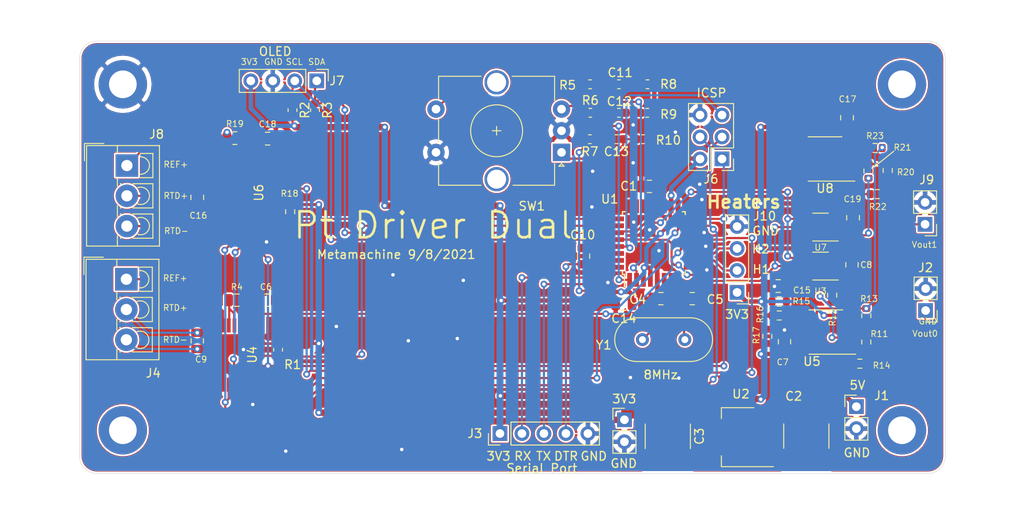
<source format=kicad_pcb>
(kicad_pcb (version 20171130) (host pcbnew 5.1.10-88a1d61d58~90~ubuntu20.04.1)
  (layers (0 F.Cu signal) (31 B.Cu signal) (34 B.Paste user) (35 F.Paste user) (36 B.SilkS user) (37 F.SilkS user) (38 B.Mask user) (39 F.Mask user) (44 Edge.Cuts user))
  (net 0 "")
  (net 1 GND)
  (net 2 "Net-(C1-Pad1)")
  (net 3 /XTAL1)
  (net 4 /XTAL2)
  (net 5 +5V)
  (net 6 /DTR)
  (net 7 /~RESET~)
  (net 8 /TX)
  (net 9 /RX)
  (net 10 "Net-(J4-Pad1)")
  (net 11 /ECLK)
  (net 12 /EDAT)
  (net 13 /MISO)
  (net 14 /SCK)
  (net 15 /MOSI)
  (net 16 /SCL)
  (net 17 /SDA)
  (net 18 "Net-(R4-Pad1)")
  (net 19 "Net-(R4-Pad2)")
  (net 20 "Net-(U1-Pad3)")
  (net 21 "Net-(U1-Pad6)")
  (net 22 "Net-(U1-Pad9)")
  (net 23 "Net-(U1-Pad12)")
  (net 24 "Net-(U1-Pad19)")
  (net 25 "Net-(U1-Pad22)")
  (net 26 "Net-(U1-Pad23)")
  (net 27 "Net-(U1-Pad24)")
  (net 28 +3V3)
  (net 29 "Net-(C9-Pad2)")
  (net 30 "Net-(C9-Pad1)")
  (net 31 /EBUT)
  (net 32 "Net-(U4-Pad20)")
  (net 33 "Net-(C11-Pad1)")
  (net 34 "Net-(C11-Pad2)")
  (net 35 "Net-(C12-Pad2)")
  (net 36 "Net-(C12-Pad1)")
  (net 37 "Net-(C13-Pad1)")
  (net 38 "Net-(C13-Pad2)")
  (net 39 "Net-(R11-Pad2)")
  (net 40 "Net-(R12-Pad2)")
  (net 41 "Net-(R13-Pad2)")
  (net 42 "Net-(R14-Pad1)")
  (net 43 "Net-(C15-Pad1)")
  (net 44 "Net-(R17-Pad2)")
  (net 45 "Net-(C16-Pad1)")
  (net 46 "Net-(C16-Pad2)")
  (net 47 "Net-(J8-Pad1)")
  (net 48 /~PT0_CS~)
  (net 49 /~PT1_CS~)
  (net 50 "Net-(R19-Pad1)")
  (net 51 "Net-(R19-Pad2)")
  (net 52 /~DRDY1~)
  (net 53 /~DRDY0~)
  (net 54 "Net-(U6-Pad20)")
  (net 55 /Vout0)
  (net 56 /Vout1)
  (net 57 /SPLITRAIL)
  (net 58 "Net-(R20-Pad2)")
  (net 59 "Net-(R21-Pad2)")
  (net 60 "Net-(R22-Pad1)")
  (net 61 "Net-(R23-Pad2)")
  (net 62 "Net-(U8-Pad7)")
  (net 63 /Heater1)
  (net 64 /Heater2)
  (module Package_QFP:TQFP-32_7x7mm_P0.8mm (layer F.Cu) (at 126.338 113.357 90)
    (fp_text reference U1 (at 5.087 -5.098 180) (layer F.SilkS))
    (fp_text value ATmega328P hide)
    (pad 1 smd rect (at -4.25 -2.8 90) (size 1.6 0.55) (layers F.Cu F.Paste F.Mask) (net 12 /EDAT))
    (pad 2 smd rect (at -4.25 -2 90) (size 1.6 0.55) (layers F.Cu F.Paste F.Mask) (net 31 /EBUT))
    (pad 3 smd rect (at -4.25 -1.2 90) (size 1.6 0.55) (layers F.Cu F.Paste F.Mask) (net 20 "Net-(U1-Pad3)"))
    (pad 4 smd rect (at -4.25 -0.4 90) (size 1.6 0.55) (layers F.Cu F.Paste F.Mask) (net 28 +3V3))
    (pad 5 smd rect (at -4.25 0.4 90) (size 1.6 0.55) (layers F.Cu F.Paste F.Mask) (net 1 GND))
    (pad 6 smd rect (at -4.25 1.2 90) (size 1.6 0.55) (layers F.Cu F.Paste F.Mask) (net 21 "Net-(U1-Pad6)"))
    (pad 7 smd rect (at -4.25 2 90) (size 1.6 0.55) (layers F.Cu F.Paste F.Mask) (net 3 /XTAL1))
    (pad 8 smd rect (at -4.25 2.8 90) (size 1.6 0.55) (layers F.Cu F.Paste F.Mask) (net 4 /XTAL2))
    (pad 9 smd rect (at -2.8 4.25 180) (size 1.6 0.55) (layers F.Cu F.Paste F.Mask) (net 22 "Net-(U1-Pad9)"))
    (pad 10 smd rect (at -2 4.25 180) (size 1.6 0.55) (layers F.Cu F.Paste F.Mask) (net 63 /Heater1))
    (pad 11 smd rect (at -1.2 4.25 180) (size 1.6 0.55) (layers F.Cu F.Paste F.Mask) (net 64 /Heater2))
    (pad 12 smd rect (at -0.4 4.25 180) (size 1.6 0.55) (layers F.Cu F.Paste F.Mask) (net 23 "Net-(U1-Pad12)"))
    (pad 13 smd rect (at 0.4 4.25 180) (size 1.6 0.55) (layers F.Cu F.Paste F.Mask) (net 52 /~DRDY1~))
    (pad 14 smd rect (at 1.2 4.25 180) (size 1.6 0.55) (layers F.Cu F.Paste F.Mask) (net 53 /~DRDY0~))
    (pad 15 smd rect (at 2 4.25 180) (size 1.6 0.55) (layers F.Cu F.Paste F.Mask) (net 15 /MOSI))
    (pad 16 smd rect (at 2.8 4.25 180) (size 1.6 0.55) (layers F.Cu F.Paste F.Mask) (net 13 /MISO))
    (pad 17 smd rect (at 4.25 2.8 90) (size 1.6 0.55) (layers F.Cu F.Paste F.Mask) (net 14 /SCK))
    (pad 18 smd rect (at 4.25 2 90) (size 1.6 0.55) (layers F.Cu F.Paste F.Mask) (net 28 +3V3))
    (pad 19 smd rect (at 4.25 1.2 90) (size 1.6 0.55) (layers F.Cu F.Paste F.Mask) (net 24 "Net-(U1-Pad19)"))
    (pad 20 smd rect (at 4.25 0.4 90) (size 1.6 0.55) (layers F.Cu F.Paste F.Mask) (net 2 "Net-(C1-Pad1)"))
    (pad 21 smd rect (at 4.25 -0.4 90) (size 1.6 0.55) (layers F.Cu F.Paste F.Mask) (net 1 GND))
    (pad 22 smd rect (at 4.25 -1.2 90) (size 1.6 0.55) (layers F.Cu F.Paste F.Mask) (net 25 "Net-(U1-Pad22)"))
    (pad 23 smd rect (at 4.25 -2 90) (size 1.6 0.55) (layers F.Cu F.Paste F.Mask) (net 26 "Net-(U1-Pad23)"))
    (pad 24 smd rect (at 4.25 -2.8 90) (size 1.6 0.55) (layers F.Cu F.Paste F.Mask) (net 27 "Net-(U1-Pad24)"))
    (pad 25 smd rect (at 2.8 -4.25 180) (size 1.6 0.55) (layers F.Cu F.Paste F.Mask) (net 49 /~PT1_CS~))
    (pad 26 smd rect (at 2 -4.25 180) (size 1.6 0.55) (layers F.Cu F.Paste F.Mask) (net 48 /~PT0_CS~))
    (pad 27 smd rect (at 1.2 -4.25 180) (size 1.6 0.55) (layers F.Cu F.Paste F.Mask) (net 17 /SDA))
    (pad 28 smd rect (at 0.4 -4.25 180) (size 1.6 0.55) (layers F.Cu F.Paste F.Mask) (net 16 /SCL))
    (pad 29 smd rect (at -0.4 -4.25 180) (size 1.6 0.55) (layers F.Cu F.Paste F.Mask) (net 7 /~RESET~))
    (pad 30 smd rect (at -1.2 -4.25 180) (size 1.6 0.55) (layers F.Cu F.Paste F.Mask) (net 9 /RX))
    (pad 31 smd rect (at -2 -4.25 180) (size 1.6 0.55) (layers F.Cu F.Paste F.Mask) (net 8 /TX))
    (pad 32 smd rect (at -2.8 -4.25 180) (size 1.6 0.55) (layers F.Cu F.Paste F.Mask) (net 11 /ECLK))
  )
  (module MountingHole:MountingHole_3.2mm_M3_DIN965_Pad (layer F.Cu) (at 65 135)
    (fp_text reference REF** hide)
    (fp_text value MountingHole_3.2mm_M3_DIN965_Pad hide)
    (pad 1 thru_hole circle (at 0 0) (size 5.6 5.6) (drill 3.2) (layers *.Cu *.Mask))
  )
  (module MountingHole:MountingHole_3.2mm_M3_DIN965_Pad (layer F.Cu) (at 155 135)
    (fp_text reference M3 hide)
    (fp_text value MountingHole_3.2mm_M3_DIN965_Pad hide)
    (pad 1 thru_hole circle (at 0 0) (size 5.6 5.6) (drill 3.2) (layers *.Cu *.Mask))
  )
  (module MountingHole:MountingHole_3.2mm_M3_DIN965_Pad (layer F.Cu) (at 155 95)
    (fp_text reference M3 hide)
    (fp_text value MountingHole_3.2mm_M3_DIN965_Pad hide)
    (pad 1 thru_hole circle (at 0 0) (size 5.6 5.6) (drill 3.2) (layers *.Cu *.Mask))
  )
  (module MountingHole:MountingHole_3.2mm_M3_DIN965_Pad (layer F.Cu) (at 65 95)
    (fp_text reference REF** hide)
    (fp_text value MountingHole_3.2mm_M3_DIN965_Pad hide)
    (pad 1 thru_hole circle (at 0 0) (size 5.6 5.6) (drill 3.2) (layers *.Cu *.Mask) (net 1 GND))
  )
  (module Capacitor_SMD:C_0805_2012Metric (layer F.Cu) (at 125.8255 106.807 180)
    (fp_text reference C1 (at 2.3855 0.037) (layer F.SilkS))
    (fp_text value 0.1uF hide)
    (pad 2 smd roundrect (at 0.9375 0 180) (size 0.975 1.4) (layers F.Cu F.Paste F.Mask) (net 1 GND))
    (pad 1 smd roundrect (at -0.9375 0 180) (size 0.975 1.4) (layers F.Cu F.Paste F.Mask) (net 2 "Net-(C1-Pad1)"))
  )
  (module Capacitor_SMD:C_2220_5650Metric (layer F.Cu) (at 143.95 135.675 270)
    (fp_text reference C2 (at -4.611 1.456 180) (layer F.SilkS))
    (fp_text value "10uF 12V" hide)
    (pad 2 smd roundrect (at 2.55 0 270) (size 1.8 5.4) (layers F.Cu F.Paste F.Mask) (roundrect_rratio 0.1388888888888889) (net 1 GND))
    (pad 1 smd roundrect (at -2.55 0 270) (size 1.8 5.4) (layers F.Cu F.Paste F.Mask) (roundrect_rratio 0.1388888888888889) (net 5 +5V))
  )
  (module Capacitor_SMD:C_2220_5650Metric (layer F.Cu) (at 127.95 135.7 270)
    (fp_text reference C3 (at 0 -3.65 90) (layer F.SilkS))
    (fp_text value "10uF 12V" hide)
    (pad 1 smd roundrect (at -2.55 0 270) (size 1.8 5.4) (layers F.Cu F.Paste F.Mask) (roundrect_rratio 0.1388888888888889) (net 28 +3V3))
    (pad 2 smd roundrect (at 2.55 0 270) (size 1.8 5.4) (layers F.Cu F.Paste F.Mask) (roundrect_rratio 0.1388888888888889) (net 1 GND))
  )
  (module Capacitor_SMD:C_0805_2012Metric (layer F.Cu) (at 127.1505 119.782)
    (fp_text reference C4 (at -2.6805 0.088) (layer F.SilkS))
    (fp_text value 22pF hide)
    (pad 2 smd roundrect (at 0.9375 0) (size 0.975 1.4) (layers F.Cu F.Paste F.Mask) (net 3 /XTAL1))
    (pad 1 smd roundrect (at -0.9375 0) (size 0.975 1.4) (layers F.Cu F.Paste F.Mask) (net 1 GND))
  )
  (module Capacitor_SMD:C_0805_2012Metric (layer F.Cu) (at 130.7755 119.782 180)
    (fp_text reference C5 (at -2.6445 -0.088) (layer F.SilkS))
    (fp_text value 22pF hide)
    (pad 1 smd roundrect (at -0.9375 0 180) (size 0.975 1.4) (layers F.Cu F.Paste F.Mask) (net 1 GND))
    (pad 2 smd roundrect (at 0.9375 0 180) (size 0.975 1.4) (layers F.Cu F.Paste F.Mask) (net 4 /XTAL2))
  )
  (module Capacitor_SMD:C_0805_2012Metric (layer F.Cu) (at 81.651 119.9605)
    (fp_text reference C6 (at -0.117 -1.533) (layer F.SilkS) (effects (font (size 0.7 0.7) (thickness 0.1))))
    (fp_text value 0.1uF hide)
    (pad 1 smd roundrect (at -0.9375 0) (size 0.975 1.4) (layers F.Cu F.Paste F.Mask) (net 28 +3V3))
    (pad 2 smd roundrect (at 0.9375 0) (size 0.975 1.4) (layers F.Cu F.Paste F.Mask) (net 1 GND))
  )
  (module Capacitor_SMD:C_0805_2012Metric (layer F.Cu) (at 141.43 124.7625 90)
    (fp_text reference C7 (at -2.3625 -0.206 180) (layer F.SilkS) (effects (font (size 0.7 0.7) (thickness 0.1))))
    (fp_text value 0.1uF hide)
    (pad 2 smd roundrect (at 0.9375 0 90) (size 0.975 1.4) (layers F.Cu F.Paste F.Mask) (net 1 GND))
    (pad 1 smd roundrect (at -0.9375 0 90) (size 0.975 1.4) (layers F.Cu F.Paste F.Mask) (net 28 +3V3))
  )
  (module Capacitor_SMD:C_0805_2012Metric (layer F.Cu) (at 149.225 115.8725 270)
    (fp_text reference C8 (at 0 -1.65 180) (layer F.SilkS) (effects (font (size 0.7 0.7) (thickness 0.1))))
    (fp_text value 0.1uF)
    (pad 1 smd roundrect (at -0.9375 0 270) (size 0.975 1.4) (layers F.Cu F.Paste F.Mask) (net 28 +3V3))
    (pad 2 smd roundrect (at 0.9375 0 270) (size 0.975 1.4) (layers F.Cu F.Paste F.Mask) (net 1 GND))
  )
  (module Capacitor_SMD:C_0805_2012Metric (layer F.Cu) (at 73.5965 124.6655 270)
    (fp_text reference C9 (at 2.144 -0.4445 180) (layer F.SilkS) (effects (font (size 0.7 0.7) (thickness 0.1))))
    (fp_text value 0.1uF hide)
    (pad 2 smd roundrect (at 0.9375 0 270) (size 0.975 1.4) (layers F.Cu F.Paste F.Mask) (net 29 "Net-(C9-Pad2)"))
    (pad 1 smd roundrect (at -0.9375 0 270) (size 0.975 1.4) (layers F.Cu F.Paste F.Mask) (net 30 "Net-(C9-Pad1)"))
  )
  (module Capacitor_SMD:C_0805_2012Metric (layer F.Cu) (at 118.218 114.8695 90)
    (fp_text reference C10 (at 2.4595 -0.098 180) (layer F.SilkS))
    (fp_text value 0.1uF hide)
    (pad 1 smd roundrect (at -0.9375 0 90) (size 0.975 1.4) (layers F.Cu F.Paste F.Mask) (net 6 /DTR))
    (pad 2 smd roundrect (at 0.9375 0 90) (size 0.975 1.4) (layers F.Cu F.Paste F.Mask) (net 7 /~RESET~))
  )
  (module Connector_PinHeader_2.54mm:PinHeader_1x02_P2.54mm_Vertical (layer F.Cu) (at 157.734 121.158 180)
    (fp_text reference J2 (at 0 4.953) (layer F.SilkS))
    (fp_text value Vout hide)
    (pad 1 thru_hole rect (at 0 0 180) (size 1.7 1.7) (drill 1) (layers *.Cu *.Mask) (net 55 /Vout0))
    (pad 2 thru_hole oval (at 0 2.54 180) (size 1.7 1.7) (drill 1) (layers *.Cu *.Mask) (net 1 GND))
  )
  (module Connector_PinHeader_2.54mm:PinHeader_1x05_P2.54mm_Vertical (layer F.Cu) (at 108.562 135.382 90)
    (fp_text reference J3 (at 0 -2.898 180) (layer F.SilkS))
    (fp_text value "serial port" hide)
    (pad 1 thru_hole rect (at 0 0 90) (size 1.7 1.7) (drill 1) (layers *.Cu *.Mask) (net 28 +3V3))
    (pad 2 thru_hole oval (at 0 2.54 90) (size 1.7 1.7) (drill 1) (layers *.Cu *.Mask) (net 9 /RX))
    (pad 3 thru_hole oval (at 0 5.08 90) (size 1.7 1.7) (drill 1) (layers *.Cu *.Mask) (net 8 /TX))
    (pad 4 thru_hole oval (at 0 7.62 90) (size 1.7 1.7) (drill 1) (layers *.Cu *.Mask) (net 6 /DTR))
    (pad 5 thru_hole oval (at 0 10.16 90) (size 1.7 1.7) (drill 1) (layers *.Cu *.Mask) (net 1 GND))
  )
  (module Connector_PinHeader_2.54mm:PinHeader_1x04_P2.54mm_Vertical (layer F.Cu) (at 87.4 94.6 270)
    (fp_text reference J7 (at 0 -2.33 180) (layer F.SilkS))
    (fp_text value display hide)
    (pad 1 thru_hole rect (at 0 0 270) (size 1.7 1.7) (drill 1) (layers *.Cu *.Mask) (net 17 /SDA))
    (pad 2 thru_hole oval (at 0 2.54 270) (size 1.7 1.7) (drill 1) (layers *.Cu *.Mask) (net 16 /SCL))
    (pad 3 thru_hole oval (at 0 5.08 270) (size 1.7 1.7) (drill 1) (layers *.Cu *.Mask) (net 1 GND))
    (pad 4 thru_hole oval (at 0 7.62 270) (size 1.7 1.7) (drill 1) (layers *.Cu *.Mask) (net 28 +3V3))
  )
  (module Connector_PinHeader_2.54mm:PinHeader_2x03_P2.54mm_Vertical (layer F.Cu) (at 134.216 103.632 180)
    (fp_text reference J6 (at 1.27 -2.33) (layer F.SilkS))
    (fp_text value Conn_02x03_Odd_Even hide)
    (pad 1 thru_hole rect (at 0 0 180) (size 1.7 1.7) (drill 1) (layers *.Cu *.Mask) (net 13 /MISO))
    (pad 2 thru_hole oval (at 2.54 0 180) (size 1.7 1.7) (drill 1) (layers *.Cu *.Mask) (net 28 +3V3))
    (pad 3 thru_hole oval (at 0 2.54 180) (size 1.7 1.7) (drill 1) (layers *.Cu *.Mask) (net 14 /SCK))
    (pad 4 thru_hole oval (at 2.54 2.54 180) (size 1.7 1.7) (drill 1) (layers *.Cu *.Mask) (net 15 /MOSI))
    (pad 5 thru_hole oval (at 0 5.08 180) (size 1.7 1.7) (drill 1) (layers *.Cu *.Mask) (net 7 /~RESET~))
    (pad 6 thru_hole oval (at 2.54 5.08 180) (size 1.7 1.7) (drill 1) (layers *.Cu *.Mask) (net 1 GND))
  )
  (module Resistor_SMD:R_0603_1608Metric (layer F.Cu) (at 82.931 125.692 90)
    (fp_text reference R1 (at -1.7225 1.685 180) (layer F.SilkS))
    (fp_text value 10K hide)
    (pad 1 smd roundrect (at -0.7875 0 90) (size 0.875 0.95) (layers F.Cu F.Paste F.Mask) (net 48 /~PT0_CS~))
    (pad 2 smd roundrect (at 0.7875 0 90) (size 0.875 0.95) (layers F.Cu F.Paste F.Mask) (net 28 +3V3))
  )
  (module Resistor_SMD:R_0603_1608Metric (layer F.Cu) (at 84.6 97.9875 270)
    (fp_text reference R2 (at 0 -1.43 90) (layer F.SilkS))
    (fp_text value 3.9K hide)
    (pad 2 smd roundrect (at 0.7875 0 270) (size 0.875 0.95) (layers F.Cu F.Paste F.Mask) (net 28 +3V3))
    (pad 1 smd roundrect (at -0.7875 0 270) (size 0.875 0.95) (layers F.Cu F.Paste F.Mask) (net 16 /SCL))
  )
  (module Resistor_SMD:R_0603_1608Metric (layer F.Cu) (at 87.2 97.9875 270)
    (fp_text reference R3 (at 0 -1.43 90) (layer F.SilkS))
    (fp_text value 3.9K hide)
    (pad 1 smd roundrect (at -0.7875 0 270) (size 0.875 0.95) (layers F.Cu F.Paste F.Mask) (net 17 /SDA))
    (pad 2 smd roundrect (at 0.7875 0 270) (size 0.875 0.95) (layers F.Cu F.Paste F.Mask) (net 28 +3V3))
  )
  (module Resistor_SMD:R_0805_2012Metric (layer F.Cu) (at 78.176 119.9605)
    (fp_text reference R4 (at -0.0075 -1.533) (layer F.SilkS) (effects (font (size 0.7 0.7) (thickness 0.1))))
    (fp_text value "402K 0.1%" hide)
    (pad 1 smd roundrect (at -0.9375 0) (size 0.975 1.4) (layers F.Cu F.Paste F.Mask) (net 18 "Net-(R4-Pad1)"))
    (pad 2 smd roundrect (at 0.9375 0) (size 0.975 1.4) (layers F.Cu F.Paste F.Mask) (net 19 "Net-(R4-Pad2)"))
  )
  (module Package_TO_SOT_SMD:SOT-223-3_TabPin2 (layer F.Cu) (at 136.05 135.8 180)
    (fp_text reference U2 (at -0.348 4.99) (layer F.SilkS))
    (fp_text value AP1117-33 hide)
    (pad 2 smd rect (at 3.15 0 180) (size 2 3.8) (layers F.Cu F.Paste F.Mask) (net 28 +3V3))
    (pad 2 smd rect (at -3.15 0 180) (size 2 1.5) (layers F.Cu F.Paste F.Mask) (net 28 +3V3))
    (pad 3 smd rect (at -3.15 2.3 180) (size 2 1.5) (layers F.Cu F.Paste F.Mask) (net 5 +5V))
    (pad 1 smd rect (at -3.15 -2.3 180) (size 2 1.5) (layers F.Cu F.Paste F.Mask) (net 1 GND))
  )
  (module Crystal:Crystal_HC18-U_Vertical (layer F.Cu) (at 125.021 124.5235)
    (fp_text reference Y1 (at -4.472 0.628) (layer F.SilkS))
    (fp_text value 8MHz)
    (pad 1 thru_hole circle (at 0 0) (size 1.5 1.5) (drill 0.8) (layers *.Cu *.Mask) (net 3 /XTAL1))
    (pad 2 thru_hole circle (at 4.9 0) (size 1.5 1.5) (drill 0.8) (layers *.Cu *.Mask) (net 4 /XTAL2))
  )
  (module Capacitor_SMD:C_0603_1608Metric (layer F.Cu) (at 122.3035 94.996 180)
    (fp_text reference C11 (at -0.1465 1.346) (layer F.SilkS))
    (fp_text value 0.1uF hide)
    (pad 1 smd roundrect (at -0.7875 0 180) (size 0.875 0.95) (layers F.Cu F.Paste F.Mask) (net 33 "Net-(C11-Pad1)"))
    (pad 2 smd roundrect (at 0.7875 0 180) (size 0.875 0.95) (layers F.Cu F.Paste F.Mask) (net 34 "Net-(C11-Pad2)"))
  )
  (module Capacitor_SMD:C_0603_1608Metric (layer F.Cu) (at 122.3035 98.298 180)
    (fp_text reference C12 (at -0.0565 1.318) (layer F.SilkS))
    (fp_text value 0.1uF hide)
    (pad 2 smd roundrect (at 0.7875 0 180) (size 0.875 0.95) (layers F.Cu F.Paste F.Mask) (net 35 "Net-(C12-Pad2)"))
    (pad 1 smd roundrect (at -0.7875 0 180) (size 0.875 0.95) (layers F.Cu F.Paste F.Mask) (net 36 "Net-(C12-Pad1)"))
  )
  (module Capacitor_SMD:C_0603_1608Metric (layer F.Cu) (at 122.024 101.346 180)
    (fp_text reference C13 (at 0 -1.43) (layer F.SilkS))
    (fp_text value 0.1uF hide)
    (pad 1 smd roundrect (at -0.7875 0 180) (size 0.875 0.95) (layers F.Cu F.Paste F.Mask) (net 37 "Net-(C13-Pad1)"))
    (pad 2 smd roundrect (at 0.7875 0 180) (size 0.875 0.95) (layers F.Cu F.Paste F.Mask) (net 38 "Net-(C13-Pad2)"))
  )
  (module Resistor_SMD:R_0603_1608Metric (layer F.Cu) (at 118.976 94.996 180)
    (fp_text reference R5 (at 2.606 -0.104) (layer F.SilkS))
    (fp_text value 10K hide)
    (pad 2 smd roundrect (at 0.7875 0 180) (size 0.875 0.95) (layers F.Cu F.Paste F.Mask) (net 31 /EBUT))
    (pad 1 smd roundrect (at -0.7875 0 180) (size 0.875 0.95) (layers F.Cu F.Paste F.Mask) (net 34 "Net-(C11-Pad2)"))
  )
  (module Resistor_SMD:R_0603_1608Metric (layer F.Cu) (at 119.0015 98.298 180)
    (fp_text reference R6 (at 0.0015 1.438) (layer F.SilkS))
    (fp_text value 10K hide)
    (pad 1 smd roundrect (at -0.7875 0 180) (size 0.875 0.95) (layers F.Cu F.Paste F.Mask) (net 35 "Net-(C12-Pad2)"))
    (pad 2 smd roundrect (at 0.7875 0 180) (size 0.875 0.95) (layers F.Cu F.Paste F.Mask) (net 12 /EDAT))
  )
  (module Resistor_SMD:R_0603_1608Metric (layer F.Cu) (at 118.9505 101.346 180)
    (fp_text reference R7 (at 0 -1.43) (layer F.SilkS))
    (fp_text value 10K hide)
    (pad 2 smd roundrect (at 0.7875 0 180) (size 0.875 0.95) (layers F.Cu F.Paste F.Mask) (net 11 /ECLK))
    (pad 1 smd roundrect (at -0.7875 0 180) (size 0.875 0.95) (layers F.Cu F.Paste F.Mask) (net 38 "Net-(C13-Pad2)"))
  )
  (module Resistor_SMD:R_0603_1608Metric (layer F.Cu) (at 125.6055 94.996 180)
    (fp_text reference R8 (at -2.4345 0.006) (layer F.SilkS))
    (fp_text value 10K hide)
    (pad 1 smd roundrect (at -0.7875 0 180) (size 0.875 0.95) (layers F.Cu F.Paste F.Mask) (net 28 +3V3))
    (pad 2 smd roundrect (at 0.7875 0 180) (size 0.875 0.95) (layers F.Cu F.Paste F.Mask) (net 33 "Net-(C11-Pad1)"))
  )
  (module Resistor_SMD:R_0603_1608Metric (layer F.Cu) (at 125.58 98.298)
    (fp_text reference R9 (at 2.47 0.182) (layer F.SilkS))
    (fp_text value 10K hide)
    (pad 2 smd roundrect (at 0.7875 0) (size 0.875 0.95) (layers F.Cu F.Paste F.Mask) (net 28 +3V3))
    (pad 1 smd roundrect (at -0.7875 0) (size 0.875 0.95) (layers F.Cu F.Paste F.Mask) (net 36 "Net-(C12-Pad1)"))
  )
  (module Resistor_SMD:R_0603_1608Metric (layer F.Cu) (at 125.0975 101.346)
    (fp_text reference R10 (at 2.9225 0.114) (layer F.SilkS))
    (fp_text value 10K hide)
    (pad 1 smd roundrect (at -0.7875 0) (size 0.875 0.95) (layers F.Cu F.Paste F.Mask) (net 37 "Net-(C13-Pad1)"))
    (pad 2 smd roundrect (at 0.7875 0) (size 0.875 0.95) (layers F.Cu F.Paste F.Mask) (net 28 +3V3))
  )
  (module Resistor_SMD:R_0603_1608Metric (layer F.Cu) (at 150.88 124.8 90)
    (fp_text reference R11 (at 0.94 1.51) (layer F.SilkS) (effects (font (size 0.7 0.7) (thickness 0.1))))
    (fp_text value 10k hide)
    (pad 1 smd roundrect (at -0.825 0 90) (size 0.8 0.95) (layers F.Cu F.Paste F.Mask) (net 55 /Vout0))
    (pad 2 smd roundrect (at 0.825 0 90) (size 0.8 0.95) (layers F.Cu F.Paste F.Mask) (net 39 "Net-(R11-Pad2)"))
  )
  (module Resistor_SMD:R_0603_1608Metric (layer F.Cu) (at 146.939 119.38 90)
    (fp_text reference R12 (at -2.581 0.03 90) (layer F.SilkS) (effects (font (size 0.7 0.7) (thickness 0.1))))
    (fp_text value 10k)
    (pad 2 smd roundrect (at 0.825 0 90) (size 0.8 0.95) (layers F.Cu F.Paste F.Mask) (net 40 "Net-(R12-Pad2)"))
    (pad 1 smd roundrect (at -0.825 0 90) (size 0.8 0.95) (layers F.Cu F.Paste F.Mask) (net 39 "Net-(R11-Pad2)"))
  )
  (module Resistor_SMD:R_0603_1608Metric (layer F.Cu) (at 150.88 121.75 270)
    (fp_text reference R13 (at -1.95 -0.32 180) (layer F.SilkS) (effects (font (size 0.7 0.7) (thickness 0.1))))
    (fp_text value 5k)
    (pad 1 smd roundrect (at -0.825 0 270) (size 0.8 0.95) (layers F.Cu F.Paste F.Mask) (net 57 /SPLITRAIL))
    (pad 2 smd roundrect (at 0.825 0 270) (size 0.8 0.95) (layers F.Cu F.Paste F.Mask) (net 41 "Net-(R13-Pad2)"))
  )
  (module Package_SO:SOIC-8_3.9x4.9mm_P1.27mm (layer F.Cu) (at 146.205 123.645 180)
    (fp_text reference U5 (at 1.605 -3.4) (layer F.SilkS))
    (fp_text value MCP602 hide)
    (pad 1 smd roundrect (at -2.475 -1.905 180) (size 1.95 0.6) (layers F.Cu F.Paste F.Mask) (net 42 "Net-(R14-Pad1)"))
    (pad 2 smd roundrect (at -2.475 -0.635 180) (size 1.95 0.6) (layers F.Cu F.Paste F.Mask) (net 39 "Net-(R11-Pad2)"))
    (pad 3 smd roundrect (at -2.475 0.635 180) (size 1.95 0.6) (layers F.Cu F.Paste F.Mask) (net 41 "Net-(R13-Pad2)"))
    (pad 4 smd roundrect (at -2.475 1.905 180) (size 1.95 0.6) (layers F.Cu F.Paste F.Mask) (net 28 +3V3))
    (pad 5 smd roundrect (at 2.475 1.905 180) (size 1.95 0.6) (layers F.Cu F.Paste F.Mask) (net 43 "Net-(C15-Pad1)"))
    (pad 6 smd roundrect (at 2.475 0.635 180) (size 1.95 0.6) (layers F.Cu F.Paste F.Mask) (net 44 "Net-(R17-Pad2)"))
    (pad 7 smd roundrect (at 2.475 -0.635 180) (size 1.95 0.6) (layers F.Cu F.Paste F.Mask) (net 57 /SPLITRAIL))
    (pad 8 smd roundrect (at 2.475 -1.905 180) (size 1.95 0.6) (layers F.Cu F.Paste F.Mask) (net 1 GND))
  )
  (module Resistor_SMD:R_0603_1608Metric (layer F.Cu) (at 150.13 127.3)
    (fp_text reference R14 (at 2.524 0.208) (layer F.SilkS) (effects (font (size 0.7 0.7) (thickness 0.1))))
    (fp_text value 100 hide)
    (pad 1 smd roundrect (at -0.825 0) (size 0.8 0.95) (layers F.Cu F.Paste F.Mask) (net 42 "Net-(R14-Pad1)"))
    (pad 2 smd roundrect (at 0.825 0) (size 0.8 0.95) (layers F.Cu F.Paste F.Mask) (net 55 /Vout0))
  )
  (module Rotary_Encoder:RotaryEncoder_Alps_EC12E-Switch_Vertical_H20mm_CircularMountingHoles (layer F.Cu) (at 115.674 102.87 180)
    (fp_text reference SW1 (at 3.434 -6.21) (layer F.SilkS))
    (fp_text value Rotary_Encoder_Switch hide)
    (pad S2 thru_hole circle (at 14.5 5 180) (size 2 2) (drill 1) (layers *.Cu *.Mask) (net 33 "Net-(C11-Pad1)"))
    (pad S1 thru_hole circle (at 14.5 0 180) (size 2 2) (drill 1) (layers *.Cu *.Mask) (net 1 GND))
    (pad MP thru_hole circle (at 7.5 8.1 180) (size 2.8 2.8) (drill 2.2) (layers *.Cu *.Mask))
    (pad MP thru_hole circle (at 7.5 -3.1 180) (size 2.8 2.8) (drill 2.2) (layers *.Cu *.Mask))
    (pad B thru_hole circle (at 0 5 180) (size 2 2) (drill 1) (layers *.Cu *.Mask) (net 36 "Net-(C12-Pad1)"))
    (pad C thru_hole circle (at 0 2.5 180) (size 2 2) (drill 1) (layers *.Cu *.Mask) (net 1 GND))
    (pad A thru_hole rect (at 0 0 180) (size 2 2) (drill 1) (layers *.Cu *.Mask) (net 37 "Net-(C13-Pad1)"))
  )
  (module Capacitor_SMD:C_0805_2012Metric (layer F.Cu) (at 122.875 120.396 180)
    (fp_text reference C14 (at 0 -1.68) (layer F.SilkS))
    (fp_text value 0.1uF)
    (pad 1 smd roundrect (at -0.95 0 180) (size 1 1.45) (layers F.Cu F.Paste F.Mask) (net 28 +3V3))
    (pad 2 smd roundrect (at 0.95 0 180) (size 1 1.45) (layers F.Cu F.Paste F.Mask) (net 1 GND))
  )
  (module Connector_PinHeader_2.54mm:PinHeader_1x02_P2.54mm_Vertical (layer F.Cu) (at 122.94 133.79)
    (fp_text reference J5 hide)
    (fp_text value Conn_01x02 hide)
    (pad 1 thru_hole rect (at 0 0) (size 1.7 1.7) (drill 1) (layers *.Cu *.Mask) (net 28 +3V3))
    (pad 2 thru_hole oval (at 0 2.54) (size 1.7 1.7) (drill 1) (layers *.Cu *.Mask) (net 1 GND))
  )
  (module Resistor_SMD:R_0603_1608Metric (layer F.Cu) (at 140.825 120.11 180)
    (fp_text reference R15 (at -2.558 0.0315) (layer F.SilkS) (effects (font (size 0.7 0.7) (thickness 0.1))))
    (fp_text value 100k)
    (pad 2 smd roundrect (at 0.825 0 180) (size 0.8 0.95) (layers F.Cu F.Paste F.Mask) (net 28 +3V3))
    (pad 1 smd roundrect (at -0.825 0 180) (size 0.8 0.95) (layers F.Cu F.Paste F.Mask) (net 43 "Net-(C15-Pad1)"))
  )
  (module Resistor_SMD:R_0603_1608Metric (layer F.Cu) (at 140.825 121.73)
    (fp_text reference R16 (at -2.2045 -0.1275 90) (layer F.SilkS) (effects (font (size 0.7 0.7) (thickness 0.1))))
    (fp_text value 100k)
    (pad 1 smd roundrect (at -0.825 0) (size 0.8 0.95) (layers F.Cu F.Paste F.Mask) (net 1 GND))
    (pad 2 smd roundrect (at 0.825 0) (size 0.8 0.95) (layers F.Cu F.Paste F.Mask) (net 43 "Net-(C15-Pad1)"))
  )
  (module Capacitor_SMD:C_0805_2012Metric (layer F.Cu) (at 140.7 118.33 180)
    (fp_text reference C15 (at -2.7465 -0.4785) (layer F.SilkS) (effects (font (size 0.7 0.7) (thickness 0.1))))
    (fp_text value 330nF hide)
    (pad 1 smd roundrect (at -0.95 0 180) (size 1 1.45) (layers F.Cu F.Paste F.Mask) (net 43 "Net-(C15-Pad1)"))
    (pad 2 smd roundrect (at 0.95 0 180) (size 1 1.45) (layers F.Cu F.Paste F.Mask) (net 1 GND))
  )
  (module Resistor_SMD:R_0603_1608Metric (layer F.Cu) (at 139.446 124.143 90)
    (fp_text reference R17 (at 0.1275 -1.27 270) (layer F.SilkS) (effects (font (size 0.7 0.7) (thickness 0.1))))
    (fp_text value 50k)
    (pad 1 smd roundrect (at -0.825 0 90) (size 0.8 0.95) (layers F.Cu F.Paste F.Mask) (net 57 /SPLITRAIL))
    (pad 2 smd roundrect (at 0.825 0 90) (size 0.8 0.95) (layers F.Cu F.Paste F.Mask) (net 44 "Net-(R17-Pad2)"))
  )
  (module Capacitor_SMD:C_0805_2012Metric (layer F.Cu) (at 73.5965 108.0795 270)
    (fp_text reference C16 (at 2.093 -0.127 180) (layer F.SilkS) (effects (font (size 0.7 0.7) (thickness 0.1))))
    (fp_text value 0.1uF)
    (pad 1 smd roundrect (at -0.95 0 270) (size 1 1.45) (layers F.Cu F.Paste F.Mask) (net 45 "Net-(C16-Pad1)"))
    (pad 2 smd roundrect (at 0.95 0 270) (size 1 1.45) (layers F.Cu F.Paste F.Mask) (net 46 "Net-(C16-Pad2)"))
  )
  (module Resistor_SMD:R_0603_1608Metric (layer F.Cu) (at 84.328 109.7285 90)
    (fp_text reference R18 (at 2.096 -0.0635 180) (layer F.SilkS) (effects (font (size 0.7 0.7) (thickness 0.1))))
    (fp_text value 10K hide)
    (pad 1 smd roundrect (at -0.825 0 90) (size 0.8 0.95) (layers F.Cu F.Paste F.Mask) (net 49 /~PT1_CS~))
    (pad 2 smd roundrect (at 0.825 0 90) (size 0.8 0.95) (layers F.Cu F.Paste F.Mask) (net 28 +3V3))
  )
  (module Resistor_SMD:R_0805_2012Metric (layer F.Cu) (at 77.938 101.219)
    (fp_text reference R19 (at 0 -1.65) (layer F.SilkS) (effects (font (size 0.7 0.7) (thickness 0.1))))
    (fp_text value "402K 0.1%" hide)
    (pad 1 smd roundrect (at -0.9125 0) (size 1.025 1.4) (layers F.Cu F.Paste F.Mask) (roundrect_rratio 0.2439004878048781) (net 50 "Net-(R19-Pad1)"))
    (pad 2 smd roundrect (at 0.9125 0) (size 1.025 1.4) (layers F.Cu F.Paste F.Mask) (roundrect_rratio 0.2439004878048781) (net 51 "Net-(R19-Pad2)"))
  )
  (module Connector_PinHeader_2.54mm:PinHeader_1x02_P2.54mm_Vertical (layer F.Cu) (at 157.6705 111.1885 180)
    (fp_text reference J9 (at -0.1905 5.1435) (layer F.SilkS))
    (fp_text value Vout)
    (pad 1 thru_hole rect (at 0 0 180) (size 1.7 1.7) (drill 1) (layers *.Cu *.Mask) (net 56 /Vout1))
    (pad 2 thru_hole oval (at 0 2.54 180) (size 1.7 1.7) (drill 1) (layers *.Cu *.Mask) (net 1 GND))
  )
  (module Resistor_SMD:R_0603_1608Metric (layer F.Cu) (at 153.3525 104.965 90)
    (fp_text reference R20 (at -0.191 2.0955 180) (layer F.SilkS) (effects (font (size 0.7 0.7) (thickness 0.1))))
    (fp_text value 10k)
    (pad 1 smd roundrect (at -0.825 0 90) (size 0.8 0.95) (layers F.Cu F.Paste F.Mask) (net 56 /Vout1))
    (pad 2 smd roundrect (at 0.825 0 90) (size 0.8 0.95) (layers F.Cu F.Paste F.Mask) (net 58 "Net-(R20-Pad2)"))
  )
  (module Resistor_SMD:R_0603_1608Metric (layer F.Cu) (at 151.13 105.029 270)
    (fp_text reference R21 (at -2.7305 -3.937 180) (layer F.SilkS) (effects (font (size 0.7 0.7) (thickness 0.1))))
    (fp_text value 10k)
    (pad 2 smd roundrect (at 0.825 0 270) (size 0.8 0.95) (layers F.Cu F.Paste F.Mask) (net 59 "Net-(R21-Pad2)"))
    (pad 1 smd roundrect (at -0.825 0 270) (size 0.8 0.95) (layers F.Cu F.Paste F.Mask) (net 58 "Net-(R20-Pad2)"))
  )
  (module Resistor_SMD:R_0603_1608Metric (layer F.Cu) (at 152.1455 107.696)
    (fp_text reference R22 (at 0.064 1.4605) (layer F.SilkS) (effects (font (size 0.7 0.7) (thickness 0.1))))
    (fp_text value 100)
    (pad 2 smd roundrect (at 0.825 0) (size 0.8 0.95) (layers F.Cu F.Paste F.Mask) (net 56 /Vout1))
    (pad 1 smd roundrect (at -0.825 0) (size 0.8 0.95) (layers F.Cu F.Paste F.Mask) (net 60 "Net-(R22-Pad1)"))
  )
  (module Resistor_SMD:R_0603_1608Metric (layer F.Cu) (at 151.8915 102.362 180)
    (fp_text reference R23 (at 0 1.397) (layer F.SilkS) (effects (font (size 0.7 0.7) (thickness 0.1))))
    (fp_text value 5k)
    (pad 1 smd roundrect (at -0.825 0 180) (size 0.8 0.95) (layers F.Cu F.Paste F.Mask) (net 57 /SPLITRAIL))
    (pad 2 smd roundrect (at 0.825 0 180) (size 0.8 0.95) (layers F.Cu F.Paste F.Mask) (net 61 "Net-(R23-Pad2)"))
  )
  (module Package_SO:SOIC-8_3.9x4.9mm_P1.27mm (layer F.Cu) (at 146.112 103.632 180)
    (fp_text reference U8 (at 0 -3.4) (layer F.SilkS))
    (fp_text value MCP602)
    (pad 1 smd roundrect (at -2.475 -1.905 180) (size 1.95 0.6) (layers F.Cu F.Paste F.Mask) (net 60 "Net-(R22-Pad1)"))
    (pad 2 smd roundrect (at -2.475 -0.635 180) (size 1.95 0.6) (layers F.Cu F.Paste F.Mask) (net 58 "Net-(R20-Pad2)"))
    (pad 3 smd roundrect (at -2.475 0.635 180) (size 1.95 0.6) (layers F.Cu F.Paste F.Mask) (net 61 "Net-(R23-Pad2)"))
    (pad 4 smd roundrect (at -2.475 1.905 180) (size 1.95 0.6) (layers F.Cu F.Paste F.Mask) (net 28 +3V3))
    (pad 5 smd roundrect (at 2.475 1.905 180) (size 1.95 0.6) (layers F.Cu F.Paste F.Mask) (net 1 GND))
    (pad 6 smd roundrect (at 2.475 0.635 180) (size 1.95 0.6) (layers F.Cu F.Paste F.Mask) (net 1 GND))
    (pad 7 smd roundrect (at 2.475 -0.635 180) (size 1.95 0.6) (layers F.Cu F.Paste F.Mask) (net 62 "Net-(U8-Pad7)"))
    (pad 8 smd roundrect (at 2.475 -1.905 180) (size 1.95 0.6) (layers F.Cu F.Paste F.Mask) (net 1 GND))
  )
  (module Package_TO_SOT_SMD:SOT-23-6_Handsoldering (layer F.Cu) (at 145.589 116.017 180)
    (fp_text reference U3 (at 0 -2.9) (layer F.SilkS) (effects (font (size 0.7 0.7) (thickness 0.1))))
    (fp_text value MCP4725)
    (pad 1 smd rect (at -1.35 -0.95 180) (size 1.56 0.65) (layers F.Cu F.Paste F.Mask) (net 40 "Net-(R12-Pad2)"))
    (pad 2 smd rect (at -1.35 0 180) (size 1.56 0.65) (layers F.Cu F.Paste F.Mask) (net 1 GND))
    (pad 3 smd rect (at -1.35 0.95 180) (size 1.56 0.65) (layers F.Cu F.Paste F.Mask) (net 28 +3V3))
    (pad 4 smd rect (at 1.35 0.95 180) (size 1.56 0.65) (layers F.Cu F.Paste F.Mask) (net 17 /SDA))
    (pad 6 smd rect (at 1.35 -0.95 180) (size 1.56 0.65) (layers F.Cu F.Paste F.Mask) (net 1 GND))
    (pad 5 smd rect (at 1.35 0 180) (size 1.56 0.65) (layers F.Cu F.Paste F.Mask) (net 16 /SCL))
  )
  (module Package_TO_SOT_SMD:SOT-23-6_Handsoldering (layer F.Cu) (at 145.589 111.5085 180)
    (fp_text reference U7 (at -0.0165 -2.347) (layer F.SilkS) (effects (font (size 0.7 0.7) (thickness 0.1))))
    (fp_text value MCP4725)
    (pad 1 smd rect (at -1.35 -0.95 180) (size 1.56 0.65) (layers F.Cu F.Paste F.Mask) (net 59 "Net-(R21-Pad2)"))
    (pad 2 smd rect (at -1.35 0 180) (size 1.56 0.65) (layers F.Cu F.Paste F.Mask) (net 1 GND))
    (pad 3 smd rect (at -1.35 0.95 180) (size 1.56 0.65) (layers F.Cu F.Paste F.Mask) (net 28 +3V3))
    (pad 4 smd rect (at 1.35 0.95 180) (size 1.56 0.65) (layers F.Cu F.Paste F.Mask) (net 17 /SDA))
    (pad 6 smd rect (at 1.35 -0.95 180) (size 1.56 0.65) (layers F.Cu F.Paste F.Mask) (net 28 +3V3))
    (pad 5 smd rect (at 1.35 0 180) (size 1.56 0.65) (layers F.Cu F.Paste F.Mask) (net 16 /SCL))
  )
  (module Capacitor_SMD:C_0805_2012Metric (layer F.Cu) (at 148.6535 98.867 90)
    (fp_text reference C17 (at 2.1565 0.0635 180) (layer F.SilkS) (effects (font (size 0.7 0.7) (thickness 0.1))))
    (fp_text value 0.1uF)
    (pad 2 smd roundrect (at 0.95 0 90) (size 1 1.45) (layers F.Cu F.Paste F.Mask) (net 1 GND))
    (pad 1 smd roundrect (at -0.95 0 90) (size 1 1.45) (layers F.Cu F.Paste F.Mask) (net 28 +3V3))
  )
  (module Capacitor_SMD:C_0805_2012Metric (layer F.Cu) (at 81.722 101.2825)
    (fp_text reference C18 (at 0 -1.68) (layer F.SilkS) (effects (font (size 0.7 0.7) (thickness 0.1))))
    (fp_text value 0.1uF)
    (pad 1 smd roundrect (at -0.95 0) (size 1 1.45) (layers F.Cu F.Paste F.Mask) (net 28 +3V3))
    (pad 2 smd roundrect (at 0.95 0) (size 1 1.45) (layers F.Cu F.Paste F.Mask) (net 1 GND))
  )
  (module Capacitor_SMD:C_0805_2012Metric (layer F.Cu) (at 149.352 110.429 270)
    (fp_text reference C19 (at -2.1615 0.0635 180) (layer F.SilkS) (effects (font (size 0.7 0.7) (thickness 0.1))))
    (fp_text value 0.1uF)
    (pad 1 smd roundrect (at -0.95 0 270) (size 1 1.45) (layers F.Cu F.Paste F.Mask) (net 28 +3V3))
    (pad 2 smd roundrect (at 0.95 0 270) (size 1 1.45) (layers F.Cu F.Paste F.Mask) (net 1 GND))
  )
  (module Connector_PinHeader_2.54mm:PinHeader_1x04_P2.54mm_Vertical (layer F.Cu) (at 135.9535 119.0625 180)
    (fp_text reference J10 (at -3.175 8.8265) (layer F.SilkS))
    (fp_text value Heaters hide)
    (pad 1 thru_hole rect (at 0 0 180) (size 1.7 1.7) (drill 1) (layers *.Cu *.Mask) (net 28 +3V3))
    (pad 2 thru_hole oval (at 0 2.54 180) (size 1.7 1.7) (drill 1) (layers *.Cu *.Mask) (net 63 /Heater1))
    (pad 3 thru_hole oval (at 0 5.08 180) (size 1.7 1.7) (drill 1) (layers *.Cu *.Mask) (net 64 /Heater2))
    (pad 4 thru_hole oval (at 0 7.62 180) (size 1.7 1.7) (drill 1) (layers *.Cu *.Mask) (net 1 GND))
  )
  (module Connector_PinHeader_2.54mm:PinHeader_1x02_P2.54mm_Vertical (layer F.Cu) (at 149.733 132.2705)
    (fp_text reference J1 (at 2.921 -1.27) (layer F.SilkS))
    (fp_text value Power)
    (pad 1 thru_hole rect (at 0 0) (size 1.7 1.7) (drill 1) (layers *.Cu *.Mask) (net 5 +5V))
    (pad 2 thru_hole oval (at 0 2.54) (size 1.7 1.7) (drill 1) (layers *.Cu *.Mask) (net 1 GND))
  )
  (module TerminalBlock_4Ucon:TerminalBlock_4Ucon_1x03_P3.50mm_Vertical (layer F.Cu) (at 65.405 117.5385 270)
    (fp_text reference J4 (at 10.8585 -3.1115 180) (layer F.SilkS))
    (fp_text value "3-wire PT100 probe")
    (pad 3 thru_hole circle (at 7 0 270) (size 2.6 2.6) (drill 1.3) (layers *.Cu *.Mask) (net 29 "Net-(C9-Pad2)"))
    (pad 2 thru_hole circle (at 3.5 0 270) (size 2.6 2.6) (drill 1.3) (layers *.Cu *.Mask) (net 30 "Net-(C9-Pad1)"))
    (pad 1 thru_hole rect (at 0 0 270) (size 2.6 2.6) (drill 1.3) (layers *.Cu *.Mask) (net 10 "Net-(J4-Pad1)"))
  )
  (module TerminalBlock_4Ucon:TerminalBlock_4Ucon_1x03_P3.50mm_Vertical (layer F.Cu) (at 65.4685 104.394 270)
    (fp_text reference J8 (at -3.6195 -3.429 180) (layer F.SilkS))
    (fp_text value "3-wire PT100 probe")
    (pad 1 thru_hole rect (at 0 0 270) (size 2.6 2.6) (drill 1.3) (layers *.Cu *.Mask) (net 47 "Net-(J8-Pad1)"))
    (pad 2 thru_hole circle (at 3.5 0 270) (size 2.6 2.6) (drill 1.3) (layers *.Cu *.Mask) (net 45 "Net-(C16-Pad1)"))
    (pad 3 thru_hole circle (at 7 0 270) (size 2.6 2.6) (drill 1.3) (layers *.Cu *.Mask) (net 46 "Net-(C16-Pad2)"))
  )
  (module weo_footprints:SOP20_max (layer F.Cu) (at 78.105 126.3015 270)
    (fp_text reference U4 (at -0.0381 -1.84404 90) (layer F.SilkS))
    (fp_text value MAX31865)
    (pad 20 smd rect (at 3.43 -3.04 270) (size 1.63 0.43) (layers F.Cu F.Paste F.Mask) (net 32 "Net-(U4-Pad20)"))
    (pad 19 smd rect (at 3.43 -2.39 270) (size 1.63 0.43) (layers F.Cu F.Paste F.Mask) (net 1 GND))
    (pad 18 smd rect (at 3.43 -1.73 270) (size 1.63 0.43) (layers F.Cu F.Paste F.Mask) (net 1 GND))
    (pad 17 smd rect (at 3.43 -1.08 270) (size 1.63 0.43) (layers F.Cu F.Paste F.Mask) (net 13 /MISO))
    (pad 16 smd rect (at 3.43 -0.43 270) (size 1.63 0.43) (layers F.Cu F.Paste F.Mask) (net 48 /~PT0_CS~))
    (pad 15 smd rect (at 3.43 0.21 270) (size 1.63 0.43) (layers F.Cu F.Paste F.Mask) (net 14 /SCK))
    (pad 14 smd rect (at 3.43 0.87 270) (size 1.63 0.43) (layers F.Cu F.Paste F.Mask) (net 15 /MOSI))
    (pad 13 smd rect (at 3.43 1.51 270) (size 1.63 0.43) (layers F.Cu F.Paste F.Mask) (net 1 GND))
    (pad 12 smd rect (at 3.43 2.17 270) (size 1.63 0.43) (layers F.Cu F.Paste F.Mask) (net 29 "Net-(C9-Pad2)"))
    (pad 11 smd rect (at 3.43 2.82 270) (size 1.63 0.43) (layers F.Cu F.Paste F.Mask) (net 29 "Net-(C9-Pad2)"))
    (pad 10 smd rect (at -3.42 2.82 270) (size 1.63 0.43) (layers F.Cu F.Paste F.Mask) (net 30 "Net-(C9-Pad1)"))
    (pad 9 smd rect (at -3.42 2.17 270) (size 1.63 0.43) (layers F.Cu F.Paste F.Mask) (net 10 "Net-(J4-Pad1)"))
    (pad 8 smd rect (at -3.42 1.51 270) (size 1.63 0.43) (layers F.Cu F.Paste F.Mask) (net 10 "Net-(J4-Pad1)"))
    (pad 7 smd rect (at -3.42 0.87 270) (size 1.63 0.43) (layers F.Cu F.Paste F.Mask) (net 18 "Net-(R4-Pad1)"))
    (pad 6 smd rect (at -3.42 0.21 270) (size 1.63 0.43) (layers F.Cu F.Paste F.Mask) (net 18 "Net-(R4-Pad1)"))
    (pad 5 smd rect (at -3.42 -0.43 270) (size 1.63 0.43) (layers F.Cu F.Paste F.Mask) (net 19 "Net-(R4-Pad2)"))
    (pad 4 smd rect (at -3.42 -1.08 270) (size 1.63 0.43) (layers F.Cu F.Paste F.Mask) (net 19 "Net-(R4-Pad2)"))
    (pad 3 smd rect (at -3.42 -1.73 270) (size 1.63 0.43) (layers F.Cu F.Paste F.Mask) (net 28 +3V3))
    (pad 2 smd rect (at -3.42 -2.39 270) (size 1.63 0.43) (layers F.Cu F.Paste F.Mask) (net 28 +3V3))
    (pad 1 smd rect (at -3.42 -3.04 270) (size 1.63 0.43) (layers F.Cu F.Paste F.Mask) (net 53 /~DRDY0~))
  )
  (module weo_footprints:SOP20_max (layer F.Cu) (at 78.867 107.569 270)
    (fp_text reference U6 (at -0.0381 -1.84404 90) (layer F.SilkS))
    (fp_text value MAX31865)
    (pad 1 smd rect (at -3.42 -3.04 270) (size 1.63 0.43) (layers F.Cu F.Paste F.Mask) (net 52 /~DRDY1~))
    (pad 2 smd rect (at -3.42 -2.39 270) (size 1.63 0.43) (layers F.Cu F.Paste F.Mask) (net 28 +3V3))
    (pad 3 smd rect (at -3.42 -1.73 270) (size 1.63 0.43) (layers F.Cu F.Paste F.Mask) (net 28 +3V3))
    (pad 4 smd rect (at -3.42 -1.08 270) (size 1.63 0.43) (layers F.Cu F.Paste F.Mask) (net 51 "Net-(R19-Pad2)"))
    (pad 5 smd rect (at -3.42 -0.43 270) (size 1.63 0.43) (layers F.Cu F.Paste F.Mask) (net 51 "Net-(R19-Pad2)"))
    (pad 6 smd rect (at -3.42 0.21 270) (size 1.63 0.43) (layers F.Cu F.Paste F.Mask) (net 50 "Net-(R19-Pad1)"))
    (pad 7 smd rect (at -3.42 0.87 270) (size 1.63 0.43) (layers F.Cu F.Paste F.Mask) (net 50 "Net-(R19-Pad1)"))
    (pad 8 smd rect (at -3.42 1.51 270) (size 1.63 0.43) (layers F.Cu F.Paste F.Mask) (net 47 "Net-(J8-Pad1)"))
    (pad 9 smd rect (at -3.42 2.17 270) (size 1.63 0.43) (layers F.Cu F.Paste F.Mask) (net 47 "Net-(J8-Pad1)"))
    (pad 10 smd rect (at -3.42 2.82 270) (size 1.63 0.43) (layers F.Cu F.Paste F.Mask) (net 45 "Net-(C16-Pad1)"))
    (pad 11 smd rect (at 3.43 2.82 270) (size 1.63 0.43) (layers F.Cu F.Paste F.Mask) (net 46 "Net-(C16-Pad2)"))
    (pad 12 smd rect (at 3.43 2.17 270) (size 1.63 0.43) (layers F.Cu F.Paste F.Mask) (net 46 "Net-(C16-Pad2)"))
    (pad 13 smd rect (at 3.43 1.51 270) (size 1.63 0.43) (layers F.Cu F.Paste F.Mask) (net 1 GND))
    (pad 14 smd rect (at 3.43 0.87 270) (size 1.63 0.43) (layers F.Cu F.Paste F.Mask) (net 15 /MOSI))
    (pad 15 smd rect (at 3.43 0.21 270) (size 1.63 0.43) (layers F.Cu F.Paste F.Mask) (net 14 /SCK))
    (pad 16 smd rect (at 3.43 -0.43 270) (size 1.63 0.43) (layers F.Cu F.Paste F.Mask) (net 49 /~PT1_CS~))
    (pad 17 smd rect (at 3.43 -1.08 270) (size 1.63 0.43) (layers F.Cu F.Paste F.Mask) (net 13 /MISO))
    (pad 18 smd rect (at 3.43 -1.73 270) (size 1.63 0.43) (layers F.Cu F.Paste F.Mask) (net 1 GND))
    (pad 19 smd rect (at 3.43 -2.39 270) (size 1.63 0.43) (layers F.Cu F.Paste F.Mask) (net 1 GND))
    (pad 20 smd rect (at 3.43 -3.04 270) (size 1.63 0.43) (layers F.Cu F.Paste F.Mask) (net 54 "Net-(U6-Pad20)"))
  )
  (gr_text RTD- (at 71.1835 111.9505) (layer F.SilkS) (effects (font (size 0.7 0.7) (thickness 0.1))))
  (gr_text RTD+ (at 71.12 107.8865) (layer F.SilkS) (effects (font (size 0.7 0.7) (thickness 0.1))))
  (gr_text REF+ (at 71.12 104.267) (layer F.SilkS) (effects (font (size 0.7 0.7) (thickness 0.1))))
  (gr_text RTD- (at 71.0565 124.5235) (layer F.SilkS) (effects (font (size 0.7 0.7) (thickness 0.1))))
  (gr_text REF+ (at 71.0565 117.4115) (layer F.SilkS) (effects (font (size 0.7 0.7) (thickness 0.1))))
  (gr_text RTD+ (at 71.0565 120.8405) (layer F.SilkS) (effects (font (size 0.7 0.7) (thickness 0.1))))
  (gr_text "Metamachine 9/8/2021" (at 96.5835 114.681) (layer F.SilkS) (effects (font (size 1 1))))
  (gr_text "Pt Driver Dual" (at 100.838 111.3155) (layer F.SilkS) (effects (font (size 3 3) (thickness 0.3))))
  (gr_text Heaters (at 136.7155 108.585) (layer F.SilkS) (effects (font (size 1.5 1.5) (thickness 0.3))))
  (gr_line (start 152.146 104.394) (end 151.8285 104.521) (layer F.SilkS) (width 0.12))
  (gr_line (start 152.019 104.2035) (end 152.146 104.394) (layer F.SilkS) (width 0.12))
  (gr_line (start 151.8285 104.521) (end 152.019 104.2035) (layer F.SilkS) (width 0.12))
  (gr_line (start 154.051 102.743) (end 151.8285 104.521) (layer F.SilkS) (width 0.12))
  (gr_text 3V3 (at 135.9535 121.6025) (layer F.SilkS) (effects (font (size 1 1))))
  (gr_text GND (at 139.2555 111.9505) (layer F.SilkS) (effects (font (size 1 1))))
  (gr_text H2 (at 138.684 114.046) (layer F.SilkS) (effects (font (size 1 1))))
  (gr_text H1 (at 138.7475 116.3955) (layer F.SilkS) (effects (font (size 1 1))))
  (gr_text Vout1 (at 157.607 113.538) (layer F.SilkS) (effects (font (size 0.7 0.7) (thickness 0.1))))
  (gr_text 8MHz (at 127.127 128.5875) (layer F.SilkS) (effects (font (size 1 1))))
  (gr_text GND (at 122.86 138.84) (layer F.SilkS) (effects (font (size 1 1))))
  (gr_text 3V3 (at 122.92 131.38) (layer F.SilkS) (effects (font (size 1 1))))
  (gr_text OLED (at 82.6 91.2) (layer F.SilkS) (effects (font (size 1 1))))
  (gr_text SDA (at 87.4 92.4) (layer F.SilkS) (effects (font (size 0.7 0.7) (thickness 0.1))))
  (gr_text SCL (at 84.8 92.4) (layer F.SilkS) (effects (font (size 0.7 0.7) (thickness 0.1))))
  (gr_text GND (at 82.4 92.4) (layer F.SilkS) (effects (font (size 0.7 0.7) (thickness 0.1))))
  (gr_text 3V3 (at 79.6 92.4) (layer F.SilkS) (effects (font (size 0.7 0.7) (thickness 0.1))))
  (gr_text ICSP (at 133 96) (layer F.SilkS) (effects (font (size 1 1))))
  (gr_text Vout0 (at 157.6705 123.825) (layer F.SilkS) (effects (font (size 0.7 0.7) (thickness 0.1))))
  (gr_text GND (at 158 122.4) (layer F.SilkS) (effects (font (size 0.7 0.7) (thickness 0.1))))
  (gr_text GND (at 149.8 137.6) (layer F.SilkS) (effects (font (size 1 1))))
  (gr_text 5V (at 149.86 129.794) (layer F.SilkS) (effects (font (size 1 1))))
  (gr_text GND (at 119.4 138) (layer F.SilkS) (effects (font (size 1 1))))
  (gr_text 3V3 (at 108.4 138) (layer F.SilkS) (effects (font (size 1 1))))
  (gr_text DTR (at 116.2 138) (layer F.SilkS) (effects (font (size 1 1))))
  (gr_text RX (at 111.2 138) (layer F.SilkS) (effects (font (size 1 1))))
  (gr_text TX (at 113.6 138) (layer F.SilkS) (effects (font (size 1 1))))
  (gr_text "Serial Port" (at 113.4 139.4) (layer F.SilkS) (effects (font (size 1 1))))
  (gr_arc (start 62 138) (end 60 138) (angle -90) (layer Edge.Cuts) (width 0.05))
  (gr_arc (start 158 138) (end 158 140) (angle -90) (layer Edge.Cuts) (width 0.05))
  (gr_arc (start 158 92) (end 160 92) (angle -90) (layer Edge.Cuts) (width 0.05))
  (gr_arc (start 62 92) (end 62 90) (angle -90) (layer Edge.Cuts) (width 0.05))
  (gr_line (start 60 92) (end 60 138) (layer Edge.Cuts) (width 0.05))
  (gr_line (start 158 90) (end 62 90) (layer Edge.Cuts) (width 0.05))
  (gr_line (start 160 138) (end 160 92) (layer Edge.Cuts) (width 0.05))
  (gr_line (start 62 140) (end 158 140) (layer Edge.Cuts) (width 0.05))
  (via (at 126.9365 114.2365) (size 0.8) (drill 0.4) (layers F.Cu B.Cu) (net 1))
  (segment (start 125.938 109.107) (end 125.938 108.054) (width 0.25) (layer F.Cu) (net 1))
  (segment (start 124.888 107.004) (end 124.888 106.807) (width 0.25) (layer F.Cu) (net 1))
  (segment (start 125.938 108.054) (end 124.888 107.004) (width 0.25) (layer F.Cu) (net 1))
  (segment (start 126.738 119.257) (end 126.213 119.782) (width 0.5) (layer F.Cu) (net 1))
  (segment (start 126.738 117.607) (end 126.738 119.257) (width 0.5) (layer F.Cu) (net 1))
  (via (at 119.18 109.18) (size 0.8) (drill 0.4) (layers F.Cu B.Cu) (net 1))
  (via (at 119.27 105.05) (size 0.8) (drill 0.4) (layers F.Cu B.Cu) (net 1))
  (via (at 128.83 100.53) (size 0.8) (drill 0.4) (layers F.Cu B.Cu) (net 1))
  (segment (start 140 121.712) (end 140 121.73) (width 0.25) (layer F.Cu) (net 1))
  (segment (start 141.43 124.109) (end 141.43 123.407) (width 0.25) (layer F.Cu) (net 1))
  (via (at 141.43 123.407) (size 0.8) (drill 0.4) (layers F.Cu B.Cu) (net 1))
  (segment (start 149.14401 116.017) (end 146.939 116.017) (width 0.5) (layer F.Cu) (net 1))
  (segment (start 149.225 116.09799) (end 149.14401 116.017) (width 0.5) (layer F.Cu) (net 1))
  (segment (start 149.225 116.81) (end 149.225 116.09799) (width 0.5) (layer F.Cu) (net 1))
  (via (at 78.9305 125.6665) (size 0.8) (drill 0.4) (layers F.Cu B.Cu) (net 1))
  (via (at 89.662 122.9995) (size 0.8) (drill 0.4) (layers F.Cu B.Cu) (net 1))
  (via (at 103.632 124.3965) (size 0.8) (drill 0.4) (layers F.Cu B.Cu) (net 1))
  (via (at 104.3305 117.6655) (size 0.8) (drill 0.4) (layers F.Cu B.Cu) (net 1))
  (via (at 96.2025 117.0305) (size 0.8) (drill 0.4) (layers F.Cu B.Cu) (net 1))
  (via (at 97.9805 124.6505) (size 0.8) (drill 0.4) (layers F.Cu B.Cu) (net 1))
  (via (at 97.2185 137.2235) (size 0.8) (drill 0.4) (layers F.Cu B.Cu) (net 1))
  (via (at 83.82 137.414) (size 0.8) (drill 0.4) (layers F.Cu B.Cu) (net 1))
  (via (at 132.1435 112.141) (size 0.8) (drill 0.4) (layers F.Cu B.Cu) (net 1))
  (via (at 131.8895 108.331) (size 0.8) (drill 0.4) (layers F.Cu B.Cu) (net 1))
  (via (at 131.6355 106.553) (size 0.8) (drill 0.4) (layers F.Cu B.Cu) (net 1))
  (via (at 140.2715 118.364) (size 0.8) (drill 0.4) (layers F.Cu B.Cu) (net 1))
  (segment (start 140.2375 118.33) (end 140.2715 118.364) (width 0.5) (layer F.Cu) (net 1))
  (segment (start 139.75 118.33) (end 140.2375 118.33) (width 0.5) (layer F.Cu) (net 1))
  (via (at 132.461 116.459) (size 0.8) (drill 0.4) (layers F.Cu B.Cu) (net 1))
  (via (at 132.334 113.7285) (size 0.8) (drill 0.4) (layers F.Cu B.Cu) (net 1))
  (via (at 121.031 117.9195) (size 0.8) (drill 0.4) (layers F.Cu B.Cu) (net 1))
  (via (at 123.952 104.0765) (size 0.8) (drill 0.4) (layers F.Cu B.Cu) (net 1))
  (via (at 123.952 99.695) (size 0.8) (drill 0.4) (layers F.Cu B.Cu) (net 1))
  (via (at 124.0155 110.9345) (size 0.8) (drill 0.4) (layers F.Cu B.Cu) (net 1))
  (via (at 125.857 111.8235) (size 0.8) (drill 0.4) (layers F.Cu B.Cu) (net 1))
  (via (at 80.01 132.0165) (size 0.8) (drill 0.4) (layers F.Cu B.Cu) (net 1))
  (segment (start 80.4545 131.572) (end 80.01 132.0165) (width 0.25) (layer F.Cu) (net 1))
  (segment (start 80.4545 129.8725) (end 80.4545 131.572) (width 0.25) (layer F.Cu) (net 1))
  (via (at 81.5975 113.2205) (size 0.8) (drill 0.4) (layers F.Cu B.Cu) (net 1))
  (segment (start 79.835 131.8415) (end 80.01 132.0165) (width 0.25) (layer F.Cu) (net 1))
  (segment (start 79.835 129.7315) (end 79.835 131.8415) (width 0.25) (layer F.Cu) (net 1))
  (segment (start 80.9625 113.2205) (end 81.5975 113.2205) (width 0.25) (layer F.Cu) (net 1))
  (segment (start 80.597 112.855) (end 80.9625 113.2205) (width 0.25) (layer F.Cu) (net 1))
  (segment (start 80.597 110.999) (end 80.597 112.855) (width 0.25) (layer F.Cu) (net 1))
  (segment (start 81.257 112.88) (end 81.5975 113.2205) (width 0.25) (layer F.Cu) (net 1))
  (segment (start 81.257 110.999) (end 81.257 112.88) (width 0.25) (layer F.Cu) (net 1))
  (via (at 129.2225 128.9685) (size 0.8) (drill 0.4) (layers F.Cu B.Cu) (net 1))
  (via (at 123.6345 128.905) (size 0.8) (drill 0.4) (layers F.Cu B.Cu) (net 1))
  (segment (start 126.738 106.832) (end 126.763 106.807) (width 0.25) (layer F.Cu) (net 2))
  (segment (start 126.738 109.107) (end 126.738 106.832) (width 0.25) (layer F.Cu) (net 2))
  (segment (start 128.338 119.532) (end 128.088 119.782) (width 0.25) (layer F.Cu) (net 3))
  (segment (start 128.338 117.607) (end 128.338 119.532) (width 0.25) (layer F.Cu) (net 3))
  (segment (start 128.088 121.4565) (end 125.021 124.5235) (width 0.25) (layer F.Cu) (net 3))
  (segment (start 128.088 119.782) (end 128.088 121.4565) (width 0.25) (layer F.Cu) (net 3))
  (segment (start 129.138 119.082) (end 129.838 119.782) (width 0.25) (layer F.Cu) (net 4))
  (segment (start 129.138 117.607) (end 129.138 119.082) (width 0.25) (layer F.Cu) (net 4))
  (segment (start 129.838 124.4405) (end 129.921 124.5235) (width 0.25) (layer B.Cu) (net 4))
  (segment (start 129.838 124.4405) (end 129.921 124.5235) (width 0.25) (layer F.Cu) (net 4))
  (segment (start 129.838 119.782) (end 129.838 124.4405) (width 0.25) (layer F.Cu) (net 4))
  (segment (start 143.575 133.5) (end 143.95 133.125) (width 0.5) (layer F.Cu) (net 5))
  (segment (start 139.2 133.5) (end 143.575 133.5) (width 0.5) (layer F.Cu) (net 5))
  (segment (start 148.6875 131.225) (end 149.733 132.2705) (width 0.5) (layer F.Cu) (net 5))
  (segment (start 144 131.225) (end 148.6875 131.225) (width 0.5) (layer F.Cu) (net 5))
  (segment (start 143.95 131.275) (end 144 131.225) (width 0.5) (layer F.Cu) (net 5))
  (segment (start 143.95 133.125) (end 143.95 131.275) (width 0.5) (layer F.Cu) (net 5))
  (segment (start 116.182 135.382) (end 116.182 116.078) (width 0.25) (layer B.Cu) (net 6))
  (via (at 116.182 116.078) (size 0.8) (drill 0.4) (layers F.Cu B.Cu) (net 6))
  (segment (start 116.453 115.807) (end 116.182 116.078) (width 0.25) (layer F.Cu) (net 6))
  (segment (start 118.218 115.807) (end 116.453 115.807) (width 0.25) (layer F.Cu) (net 6))
  (segment (start 118.393 113.757) (end 118.218 113.932) (width 0.25) (layer F.Cu) (net 7))
  (segment (start 119.943 113.757) (end 119.95 113.75) (width 0.25) (layer F.Cu) (net 7))
  (segment (start 122.088 113.757) (end 119.943 113.757) (width 0.25) (layer F.Cu) (net 7))
  (segment (start 119.943 113.757) (end 118.393 113.757) (width 0.25) (layer F.Cu) (net 7))
  (segment (start 122.088 113.757) (end 123.409 113.757) (width 0.25) (layer F.Cu) (net 7))
  (segment (start 123.409 113.757) (end 123.571 113.919) (width 0.25) (layer F.Cu) (net 7))
  (via (at 123.571 113.919) (size 0.8) (drill 0.4) (layers F.Cu B.Cu) (net 7))
  (segment (start 123.571 96.266) (end 131.93 96.266) (width 0.25) (layer B.Cu) (net 7))
  (segment (start 131.93 96.266) (end 134.216 98.552) (width 0.25) (layer B.Cu) (net 7))
  (segment (start 123.171001 96.665999) (end 123.571 96.266) (width 0.25) (layer B.Cu) (net 7))
  (segment (start 123.171001 113.519001) (end 123.171001 96.665999) (width 0.25) (layer B.Cu) (net 7))
  (segment (start 123.571 113.919) (end 123.171001 113.519001) (width 0.25) (layer B.Cu) (net 7))
  (segment (start 113.642 135.382) (end 113.642 118.11) (width 0.25) (layer B.Cu) (net 8))
  (via (at 113.642 118.11) (size 0.8) (drill 0.4) (layers F.Cu B.Cu) (net 8))
  (segment (start 122.088 115.357) (end 120.967 115.357) (width 0.25) (layer F.Cu) (net 8))
  (segment (start 120.967 115.357) (end 120.754 115.57) (width 0.25) (layer F.Cu) (net 8))
  (segment (start 120.754 115.57) (end 120.754 116.332) (width 0.25) (layer F.Cu) (net 8))
  (segment (start 118.976 118.11) (end 113.642 118.11) (width 0.25) (layer F.Cu) (net 8))
  (segment (start 120.754 116.332) (end 118.976 118.11) (width 0.25) (layer F.Cu) (net 8))
  (segment (start 111.102 135.382) (end 111.102 117.348) (width 0.25) (layer B.Cu) (net 9))
  (via (at 111.102 117.348) (size 0.8) (drill 0.4) (layers F.Cu B.Cu) (net 9))
  (segment (start 120.243 114.557) (end 122.088 114.557) (width 0.25) (layer F.Cu) (net 9))
  (segment (start 119.992 114.808) (end 120.243 114.557) (width 0.25) (layer F.Cu) (net 9))
  (segment (start 119.992 116.332) (end 119.992 114.808) (width 0.25) (layer F.Cu) (net 9))
  (segment (start 118.976 117.348) (end 119.992 116.332) (width 0.25) (layer F.Cu) (net 9))
  (segment (start 111.102 117.348) (end 118.976 117.348) (width 0.25) (layer F.Cu) (net 9))
  (segment (start 68.072 117.5385) (end 65.405 117.5385) (width 0.25) (layer F.Cu) (net 10))
  (segment (start 71.239 120.7055) (end 68.072 117.5385) (width 0.25) (layer F.Cu) (net 10))
  (segment (start 76.0585 120.7055) (end 71.239 120.7055) (width 0.25) (layer F.Cu) (net 10))
  (segment (start 76.5545 121.2015) (end 76.0585 120.7055) (width 0.25) (layer F.Cu) (net 10))
  (segment (start 76.5545 122.8725) (end 76.5545 121.2015) (width 0.25) (layer F.Cu) (net 10))
  (segment (start 75.8825 122.8505) (end 75.9045 122.8725) (width 0.25) (layer F.Cu) (net 10))
  (segment (start 75.8825 120.8815) (end 75.8825 122.8505) (width 0.25) (layer F.Cu) (net 10))
  (segment (start 76.0585 120.7055) (end 75.8825 120.8815) (width 0.25) (layer F.Cu) (net 10))
  (segment (start 118.163 102.413) (end 117.706 102.87) (width 0.25) (layer F.Cu) (net 11))
  (segment (start 118.163 101.346) (end 118.163 102.413) (width 0.25) (layer F.Cu) (net 11))
  (via (at 117.706 102.87) (size 0.8) (drill 0.4) (layers F.Cu B.Cu) (net 11))
  (segment (start 117.706 102.87) (end 117.706 118.872) (width 0.25) (layer B.Cu) (net 11))
  (via (at 117.706 118.872) (size 0.8) (drill 0.4) (layers F.Cu B.Cu) (net 11))
  (segment (start 121.6505 116.157) (end 122.088 116.157) (width 0.25) (layer F.Cu) (net 11))
  (segment (start 118.9355 118.872) (end 121.6505 116.157) (width 0.25) (layer F.Cu) (net 11))
  (segment (start 117.706 118.872) (end 118.9355 118.872) (width 0.25) (layer F.Cu) (net 11))
  (via (at 122.278 99.822001) (size 0.8) (drill 0.4) (layers F.Cu B.Cu) (net 12))
  (segment (start 118.214 98.298) (end 119.738001 99.822001) (width 0.25) (layer F.Cu) (net 12))
  (segment (start 119.738001 99.822001) (end 122.278 99.822001) (width 0.25) (layer F.Cu) (net 12))
  (via (at 122.301 117.601996) (size 0.8) (drill 0.4) (layers F.Cu B.Cu) (net 12))
  (segment (start 123.538 117.607) (end 122.306004 117.607) (width 0.25) (layer F.Cu) (net 12))
  (segment (start 122.278 117.624996) (end 122.301 117.601996) (width 0.25) (layer B.Cu) (net 12))
  (segment (start 122.306004 117.607) (end 122.301 117.601996) (width 0.25) (layer F.Cu) (net 12))
  (segment (start 122.278 117.578996) (end 122.301 117.601996) (width 0.25) (layer B.Cu) (net 12))
  (segment (start 122.278 99.822001) (end 122.278 117.578996) (width 0.25) (layer B.Cu) (net 12))
  (via (at 134.42 110.557) (size 0.8) (drill 0.4) (layers F.Cu B.Cu) (net 13))
  (segment (start 130.588 110.557) (end 134.42 110.557) (width 0.25) (layer F.Cu) (net 13))
  (segment (start 134.42 103.836) (end 134.42 110.557) (width 0.25) (layer B.Cu) (net 13))
  (segment (start 134.216 103.632) (end 134.42 103.836) (width 0.25) (layer B.Cu) (net 13))
  (segment (start 134.42 127.562) (end 134.4295 127.5715) (width 0.25) (layer B.Cu) (net 13))
  (segment (start 134.42 110.557) (end 134.42 127.562) (width 0.25) (layer B.Cu) (net 13))
  (via (at 134.4295 127.5715) (size 0.8) (drill 0.4) (layers F.Cu B.Cu) (net 13))
  (via (at 81.788 115.2525) (size 0.8) (drill 0.4) (layers F.Cu B.Cu) (net 13))
  (segment (start 79.965 113.4295) (end 81.788 115.2525) (width 0.25) (layer F.Cu) (net 13))
  (segment (start 79.947 113.4115) (end 79.965 113.4295) (width 0.25) (layer F.Cu) (net 13))
  (segment (start 79.947 110.999) (end 79.947 113.4115) (width 0.25) (layer F.Cu) (net 13))
  (segment (start 81.768002 115.232502) (end 81.768002 127.5715) (width 0.25) (layer B.Cu) (net 13))
  (via (at 81.768002 127.5715) (size 0.8) (drill 0.4) (layers F.Cu B.Cu) (net 13))
  (segment (start 81.768002 127.5715) (end 134.4295 127.5715) (width 0.25) (layer F.Cu) (net 13))
  (segment (start 80.137 127.5715) (end 81.768002 127.5715) (width 0.25) (layer F.Cu) (net 13))
  (segment (start 80.0735 127.5715) (end 80.137 127.5715) (width 0.25) (layer F.Cu) (net 13))
  (segment (start 79.294999 128.350001) (end 80.0735 127.5715) (width 0.25) (layer F.Cu) (net 13))
  (segment (start 79.294999 129.7315) (end 79.294999 128.350001) (width 0.25) (layer F.Cu) (net 13))
  (segment (start 79.185 129.7315) (end 79.294999 129.7315) (width 0.25) (layer F.Cu) (net 13))
  (segment (start 129.138 111.822158) (end 128.779244 112.180914) (width 0.25) (layer F.Cu) (net 14))
  (via (at 128.779244 112.180914) (size 0.8) (drill 0.4) (layers F.Cu B.Cu) (net 14))
  (segment (start 129.138 109.107) (end 129.138 111.822158) (width 0.25) (layer F.Cu) (net 14))
  (segment (start 132.9055 102.4025) (end 134.216 101.092) (width 0.25) (layer F.Cu) (net 14))
  (segment (start 132.9055 104.9655) (end 132.9055 102.4025) (width 0.25) (layer F.Cu) (net 14))
  (segment (start 131.6355 105.375506) (end 132.495494 105.375506) (width 0.25) (layer F.Cu) (net 14))
  (segment (start 129.138 107.873006) (end 131.6355 105.375506) (width 0.25) (layer F.Cu) (net 14))
  (segment (start 132.495494 105.375506) (end 132.9055 104.9655) (width 0.25) (layer F.Cu) (net 14))
  (segment (start 129.138 109.107) (end 129.138 107.873006) (width 0.25) (layer F.Cu) (net 14))
  (via (at 77.77949 126.767234) (size 0.8) (drill 0.4) (layers F.Cu B.Cu) (net 14))
  (via (at 119.761 128.9685) (size 0.8) (drill 0.4) (layers F.Cu B.Cu) (net 14))
  (segment (start 128.779244 112.180914) (end 127.94 113.020158) (width 0.25) (layer B.Cu) (net 14))
  (segment (start 120.523 120.777) (end 119.761 121.539) (width 0.25) (layer B.Cu) (net 14))
  (segment (start 127.94 113.020158) (end 127.94 115.120004) (width 0.25) (layer B.Cu) (net 14))
  (segment (start 127.94 115.120004) (end 122.283004 120.777) (width 0.25) (layer B.Cu) (net 14))
  (segment (start 122.283004 120.777) (end 120.523 120.777) (width 0.25) (layer B.Cu) (net 14))
  (segment (start 119.761 121.539) (end 119.761 128.9685) (width 0.25) (layer B.Cu) (net 14))
  (segment (start 77.907 126.639724) (end 77.77949 126.767234) (width 0.25) (layer B.Cu) (net 14))
  (segment (start 77.907 114.498) (end 77.907 126.639724) (width 0.25) (layer B.Cu) (net 14))
  (segment (start 77.978 114.427) (end 77.907 114.498) (width 0.25) (layer B.Cu) (net 14))
  (via (at 77.978 114.427) (size 0.8) (drill 0.4) (layers F.Cu B.Cu) (net 14))
  (segment (start 77.8545 126.842244) (end 77.77949 126.767234) (width 0.25) (layer F.Cu) (net 14))
  (segment (start 77.8545 129.772) (end 77.895 129.7315) (width 0.25) (layer F.Cu) (net 14))
  (segment (start 77.8545 132.9725) (end 77.8545 129.772) (width 0.25) (layer F.Cu) (net 14))
  (segment (start 77.895 129.7315) (end 77.8545 129.691) (width 0.25) (layer F.Cu) (net 14))
  (segment (start 78.74 133.858) (end 77.8545 132.9725) (width 0.25) (layer F.Cu) (net 14))
  (segment (start 77.8545 129.691) (end 77.8545 126.842244) (width 0.25) (layer F.Cu) (net 14))
  (segment (start 82.931 133.858) (end 78.74 133.858) (width 0.25) (layer F.Cu) (net 14))
  (segment (start 87.8205 128.9685) (end 82.931 133.858) (width 0.25) (layer F.Cu) (net 14))
  (segment (start 119.761 128.9685) (end 87.8205 128.9685) (width 0.25) (layer F.Cu) (net 14))
  (segment (start 78.657 113.748) (end 77.978 114.427) (width 0.25) (layer F.Cu) (net 14))
  (segment (start 78.657 110.999) (end 78.657 113.748) (width 0.25) (layer F.Cu) (net 14))
  (segment (start 130.588 111.357) (end 132.797 111.357) (width 0.25) (layer F.Cu) (net 15))
  (segment (start 132.797 111.357) (end 133.2 111.76) (width 0.25) (layer F.Cu) (net 15))
  (via (at 133.2 111.76) (size 0.8) (drill 0.4) (layers F.Cu B.Cu) (net 15))
  (segment (start 132.851001 102.267001) (end 131.676 101.092) (width 0.25) (layer B.Cu) (net 15))
  (segment (start 132.851001 111.411001) (end 132.851001 102.267001) (width 0.25) (layer B.Cu) (net 15))
  (segment (start 133.2 111.76) (end 132.851001 111.411001) (width 0.25) (layer B.Cu) (net 15))
  (via (at 133.190001 129.11) (size 0.8) (drill 0.4) (layers F.Cu B.Cu) (net 15))
  (segment (start 133.2 111.76) (end 133.599999 112.159999) (width 0.25) (layer B.Cu) (net 15))
  (segment (start 133.599999 128.700002) (end 133.190001 129.11) (width 0.25) (layer B.Cu) (net 15))
  (segment (start 133.599999 112.159999) (end 133.599999 128.700002) (width 0.25) (layer B.Cu) (net 15))
  (via (at 76.835 131.7625) (size 0.8) (drill 0.4) (layers F.Cu B.Cu) (net 15))
  (segment (start 77.2235 131.374) (end 76.835 131.7625) (width 0.25) (layer F.Cu) (net 15))
  (segment (start 77.2235 129.8915) (end 77.2235 131.374) (width 0.25) (layer F.Cu) (net 15))
  (segment (start 77.2045 129.8725) (end 77.2235 129.8915) (width 0.25) (layer F.Cu) (net 15))
  (segment (start 132.506001 129.794) (end 133.190001 129.11) (width 0.25) (layer F.Cu) (net 15))
  (segment (start 83.439 134.366) (end 88.011 129.794) (width 0.25) (layer F.Cu) (net 15))
  (segment (start 78.23059 134.366) (end 83.439 134.366) (width 0.25) (layer F.Cu) (net 15))
  (segment (start 88.011 129.794) (end 132.506001 129.794) (width 0.25) (layer F.Cu) (net 15))
  (segment (start 76.835 132.97041) (end 78.23059 134.366) (width 0.25) (layer F.Cu) (net 15))
  (segment (start 76.835 131.7625) (end 76.835 132.97041) (width 0.25) (layer F.Cu) (net 15))
  (segment (start 76.835 114.3) (end 76.835 131.7625) (width 0.25) (layer B.Cu) (net 15))
  (segment (start 76.708 114.173) (end 76.835 114.3) (width 0.25) (layer B.Cu) (net 15))
  (via (at 76.7715 114.173) (size 0.8) (drill 0.4) (layers F.Cu B.Cu) (net 15))
  (segment (start 76.708 114.173) (end 76.7715 114.173) (width 0.25) (layer F.Cu) (net 15))
  (segment (start 77.997 110.999) (end 77.997 112.9115) (width 0.25) (layer F.Cu) (net 15))
  (segment (start 77.997 112.9475) (end 76.7715 114.173) (width 0.25) (layer F.Cu) (net 15))
  (segment (start 77.997 112.9115) (end 77.997 112.9475) (width 0.25) (layer F.Cu) (net 15))
  (segment (start 121.443 112.957) (end 121.4 113) (width 0.25) (layer F.Cu) (net 16))
  (segment (start 122.088 112.957) (end 121.443 112.957) (width 0.25) (layer F.Cu) (net 16))
  (segment (start 84.6 94.66) (end 84.66 94.6) (width 0.25) (layer F.Cu) (net 16))
  (segment (start 84.6 97.2) (end 84.6 94.66) (width 0.25) (layer F.Cu) (net 16))
  (segment (start 122.088 112.957) (end 89.043 112.957) (width 0.25) (layer F.Cu) (net 16))
  (via (at 89.043 112.957) (size 0.8) (drill 0.4) (layers F.Cu B.Cu) (net 16))
  (segment (start 89.043 98.783) (end 84.86 94.6) (width 0.25) (layer B.Cu) (net 16))
  (segment (start 89.043 112.957) (end 89.043 98.783) (width 0.25) (layer B.Cu) (net 16))
  (via (at 129.187988 115.891333) (size 0.8) (drill 0.4) (layers F.Cu B.Cu) (net 16))
  (segment (start 122.088 112.957) (end 126.253655 112.957) (width 0.25) (layer F.Cu) (net 16))
  (segment (start 144.239 111.5085) (end 140.3375 111.5085) (width 0.25) (layer F.Cu) (net 16))
  (via (at 140.3375 111.5085) (size 0.8) (drill 0.4) (layers F.Cu B.Cu) (net 16))
  (segment (start 140.3375 111.5085) (end 140.3375 116.012) (width 0.25) (layer B.Cu) (net 16))
  (via (at 140.3375 116.012) (size 0.8) (drill 0.4) (layers F.Cu B.Cu) (net 16))
  (segment (start 126.271656 112.975001) (end 127.961001 112.975001) (width 0.25) (layer F.Cu) (net 16))
  (segment (start 126.253655 112.957) (end 126.271656 112.975001) (width 0.25) (layer F.Cu) (net 16))
  (segment (start 127.961001 112.975001) (end 128.397 113.411) (width 0.25) (layer F.Cu) (net 16))
  (segment (start 128.387659 114.134659) (end 128.387659 115.560659) (width 0.25) (layer F.Cu) (net 16))
  (segment (start 128.397 114.125318) (end 128.387659 114.134659) (width 0.25) (layer F.Cu) (net 16))
  (segment (start 128.397 113.411) (end 128.397 114.125318) (width 0.25) (layer F.Cu) (net 16))
  (segment (start 128.718333 115.891333) (end 129.187988 115.891333) (width 0.25) (layer F.Cu) (net 16))
  (segment (start 128.387659 115.560659) (end 128.718333 115.891333) (width 0.25) (layer F.Cu) (net 16))
  (segment (start 129.187988 115.891333) (end 130.175 116.878345) (width 0.25) (layer B.Cu) (net 16))
  (segment (start 130.175 116.878345) (end 130.175 117.032012) (width 0.25) (layer B.Cu) (net 16))
  (via (at 130.175 117.032012) (size 0.8) (drill 0.4) (layers F.Cu B.Cu) (net 16))
  (segment (start 140.34 116.0145) (end 140.3375 116.012) (width 0.25) (layer F.Cu) (net 16))
  (segment (start 144.2365 116.0145) (end 140.34 116.0145) (width 0.25) (layer F.Cu) (net 16))
  (segment (start 144.239 116.017) (end 144.2365 116.0145) (width 0.25) (layer F.Cu) (net 16))
  (segment (start 131.37299 117.032012) (end 130.175 117.032012) (width 0.25) (layer F.Cu) (net 16))
  (segment (start 132.069978 117.729) (end 131.37299 117.032012) (width 0.25) (layer F.Cu) (net 16))
  (segment (start 138.6205 117.729) (end 132.069978 117.729) (width 0.25) (layer F.Cu) (net 16))
  (segment (start 140.3375 116.012) (end 138.6205 117.729) (width 0.25) (layer F.Cu) (net 16))
  (via (at 127.104006 110.998) (size 0.8) (drill 0.4) (layers F.Cu B.Cu) (net 17))
  (via (at 130.642008 107.442) (size 0.8) (drill 0.4) (layers F.Cu B.Cu) (net 17))
  (segment (start 127.104006 110.998) (end 130.642008 107.459998) (width 0.25) (layer B.Cu) (net 17))
  (segment (start 130.642008 107.459998) (end 130.642008 107.442) (width 0.25) (layer B.Cu) (net 17))
  (segment (start 87.2 97.2) (end 87.2 94.6) (width 0.25) (layer F.Cu) (net 17))
  (segment (start 122.088 112.157) (end 90.643 112.157) (width 0.25) (layer F.Cu) (net 17))
  (via (at 90.643 112.157) (size 0.8) (drill 0.4) (layers F.Cu B.Cu) (net 17))
  (segment (start 90.643 112.157) (end 90.643 97.957) (width 0.25) (layer B.Cu) (net 17))
  (via (at 90.643 97.957) (size 0.8) (drill 0.4) (layers F.Cu B.Cu) (net 17))
  (segment (start 90.643 97.957) (end 90.643 97.643) (width 0.25) (layer F.Cu) (net 17))
  (segment (start 90.2 97.2) (end 87.2 97.2) (width 0.25) (layer F.Cu) (net 17))
  (segment (start 90.643 97.643) (end 90.2 97.2) (width 0.25) (layer F.Cu) (net 17))
  (segment (start 130.642008 107.442) (end 141.7955 107.442) (width 0.25) (layer F.Cu) (net 17))
  (via (at 141.7955 107.442) (size 0.8) (drill 0.4) (layers F.Cu B.Cu) (net 17))
  (segment (start 141.7955 107.442) (end 141.7955 114.8715) (width 0.25) (layer B.Cu) (net 17))
  (via (at 141.7955 114.8715) (size 0.8) (drill 0.4) (layers F.Cu B.Cu) (net 17))
  (segment (start 141.7955 114.8715) (end 141.7955 114.935) (width 0.25) (layer F.Cu) (net 17))
  (segment (start 141.9275 115.067) (end 144.239 115.067) (width 0.25) (layer F.Cu) (net 17))
  (segment (start 141.7955 114.935) (end 141.9275 115.067) (width 0.25) (layer F.Cu) (net 17))
  (segment (start 144.239 110.5585) (end 141.8005 110.5585) (width 0.25) (layer F.Cu) (net 17))
  (via (at 141.8005 110.5585) (size 0.8) (drill 0.4) (layers F.Cu B.Cu) (net 17))
  (segment (start 125.349 110.998) (end 127.104006 110.998) (width 0.25) (layer F.Cu) (net 17))
  (segment (start 124.333 112.014) (end 125.349 110.998) (width 0.25) (layer F.Cu) (net 17))
  (segment (start 122.231 112.014) (end 124.333 112.014) (width 0.25) (layer F.Cu) (net 17))
  (segment (start 122.088 112.157) (end 122.231 112.014) (width 0.25) (layer F.Cu) (net 17))
  (segment (start 77.2885 120.0105) (end 77.2385 119.9605) (width 0.25) (layer F.Cu) (net 18))
  (segment (start 77.2885 120.9255) (end 77.2885 120.0105) (width 0.25) (layer F.Cu) (net 18))
  (segment (start 77.8545 121.4915) (end 77.2885 120.9255) (width 0.25) (layer F.Cu) (net 18))
  (segment (start 77.8545 122.8725) (end 77.8545 121.4915) (width 0.25) (layer F.Cu) (net 18))
  (segment (start 77.2885 122.7885) (end 77.2885 120.9255) (width 0.25) (layer F.Cu) (net 18))
  (segment (start 77.2045 122.8725) (end 77.2885 122.7885) (width 0.25) (layer F.Cu) (net 18))
  (segment (start 79.2385 120.0855) (end 79.1135 119.9605) (width 0.25) (layer F.Cu) (net 19))
  (segment (start 78.5235 121.7405) (end 79.2385 121.0255) (width 0.25) (layer F.Cu) (net 19))
  (segment (start 78.5235 122.1955) (end 78.5235 121.7405) (width 0.25) (layer F.Cu) (net 19))
  (segment (start 79.2385 121.0255) (end 79.2385 120.0855) (width 0.25) (layer F.Cu) (net 19))
  (segment (start 79.2385 122.2855) (end 79.2385 121.0255) (width 0.25) (layer F.Cu) (net 19))
  (segment (start 81.4245 124.9855) (end 83.0135 124.9855) (width 0.3) (layer F.Cu) (net 28))
  (segment (start 126.393 98.2725) (end 126.3675 98.298) (width 0.5) (layer F.Cu) (net 28))
  (segment (start 126.393 94.996) (end 126.393 98.2725) (width 0.5) (layer F.Cu) (net 28))
  (segment (start 126.3675 98.298) (end 126.3675 99.5425) (width 0.5) (layer F.Cu) (net 28))
  (segment (start 125.885 100.025) (end 125.885 101.346) (width 0.5) (layer F.Cu) (net 28))
  (segment (start 126.3675 99.5425) (end 125.885 100.025) (width 0.5) (layer F.Cu) (net 28))
  (segment (start 125.885 101.346) (end 125.885 103.581) (width 0.5) (layer F.Cu) (net 28))
  (segment (start 131.625 103.581) (end 131.676 103.632) (width 0.5) (layer F.Cu) (net 28))
  (segment (start 125.885 103.581) (end 131.625 103.581) (width 0.5) (layer F.Cu) (net 28))
  (segment (start 132.9 135.8) (end 128.65 135.8) (width 1) (layer F.Cu) (net 28))
  (segment (start 127.95 135.1) (end 127.95 133.15) (width 1) (layer F.Cu) (net 28))
  (segment (start 128.65 135.8) (end 127.95 135.1) (width 1) (layer F.Cu) (net 28))
  (via (at 108.7 120) (size 0.8) (drill 0.4) (layers F.Cu B.Cu) (net 28))
  (segment (start 108.7 122.798) (end 108.562 122.936) (width 0.5) (layer B.Cu) (net 28))
  (segment (start 108.7 120) (end 108.7 122.798) (width 0.5) (layer B.Cu) (net 28))
  (segment (start 128.338 109.107) (end 128.338 107.862) (width 0.5) (layer F.Cu) (net 28))
  (via (at 128.338 107.862) (size 0.8) (drill 0.4) (layers F.Cu B.Cu) (net 28))
  (segment (start 128.338 106.97) (end 131.676 103.632) (width 0.5) (layer B.Cu) (net 28))
  (segment (start 128.338 107.862) (end 128.338 106.97) (width 0.5) (layer B.Cu) (net 28))
  (via (at 127.110008 112.25) (size 0.8) (drill 0.4) (layers F.Cu B.Cu) (net 28))
  (segment (start 84.6 98.775) (end 84.6 99.6) (width 0.25) (layer F.Cu) (net 28))
  (segment (start 84.6 99.6) (end 84.8 99.8) (width 0.25) (layer F.Cu) (net 28))
  (via (at 84.8 99.8) (size 0.8) (drill 0.4) (layers F.Cu B.Cu) (net 28))
  (segment (start 87.2 98.775) (end 87.2 99.2) (width 0.25) (layer F.Cu) (net 28))
  (segment (start 86.6 99.8) (end 84.8 99.8) (width 0.25) (layer F.Cu) (net 28))
  (segment (start 87.2 99.2) (end 86.6 99.8) (width 0.25) (layer F.Cu) (net 28))
  (segment (start 84.875 99.875) (end 84.8 99.8) (width 0.5) (layer B.Cu) (net 28))
  (segment (start 84.8 99.8) (end 81.8 99.8) (width 0.5) (layer B.Cu) (net 28))
  (segment (start 79.78 97.78) (end 79.78 94.6) (width 0.5) (layer B.Cu) (net 28))
  (segment (start 81.8 99.8) (end 79.78 97.78) (width 0.5) (layer B.Cu) (net 28))
  (segment (start 123.58 133.15) (end 122.94 133.79) (width 1) (layer F.Cu) (net 28))
  (segment (start 127.95 133.15) (end 123.58 133.15) (width 1) (layer F.Cu) (net 28))
  (segment (start 140 120.11) (end 138.76 120.11) (width 0.25) (layer F.Cu) (net 28))
  (via (at 138.76 120.11) (size 0.8) (drill 0.4) (layers F.Cu B.Cu) (net 28))
  (segment (start 108.562 111.918998) (end 108.56 111.916998) (width 0.75) (layer B.Cu) (net 28))
  (segment (start 108.562 122.936) (end 108.562 111.918998) (width 0.75) (layer B.Cu) (net 28))
  (segment (start 108.56 111.916998) (end 108.56 109.0045) (width 0.75) (layer B.Cu) (net 28))
  (segment (start 139.2 135.8) (end 132.9 135.8) (width 1) (layer F.Cu) (net 28))
  (segment (start 122.94 133.79) (end 122.94 131.96) (width 0.75) (layer F.Cu) (net 28))
  (segment (start 122.94 131.96) (end 123.51 131.39) (width 0.75) (layer F.Cu) (net 28))
  (via (at 138.689 131.417) (size 0.8) (drill 0.4) (layers F.Cu B.Cu) (net 28))
  (segment (start 138.662 131.39) (end 138.689 131.417) (width 0.75) (layer F.Cu) (net 28))
  (segment (start 123.51 131.39) (end 138.662 131.39) (width 0.75) (layer F.Cu) (net 28))
  (via (at 108.61 131.02) (size 0.8) (drill 0.4) (layers F.Cu B.Cu) (net 28))
  (segment (start 108.562 130.972) (end 108.61 131.02) (width 0.75) (layer B.Cu) (net 28))
  (segment (start 108.562 135.382) (end 108.562 130.972) (width 0.8) (layer B.Cu) (net 28))
  (segment (start 108.562 130.972) (end 108.562 122.936) (width 0.8) (layer B.Cu) (net 28))
  (segment (start 123.14 131.02) (end 123.51 131.39) (width 0.75) (layer F.Cu) (net 28))
  (segment (start 108.61 131.02) (end 123.14 131.02) (width 0.75) (layer F.Cu) (net 28))
  (segment (start 79.8235 122.1955) (end 79.8235 122.9105) (width 0.25) (layer F.Cu) (net 28))
  (segment (start 125.83784 116.20684) (end 125.222 116.20684) (width 0.5) (layer F.Cu) (net 28))
  (segment (start 125.938 116.307) (end 125.83784 116.20684) (width 0.5) (layer F.Cu) (net 28))
  (segment (start 125.938 117.607) (end 125.938 116.307) (width 0.5) (layer F.Cu) (net 28))
  (via (at 125.222 116.20684) (size 0.8) (drill 0.4) (layers F.Cu B.Cu) (net 28))
  (segment (start 128.338 109.107) (end 128.287998 109.157002) (width 0.5) (layer F.Cu) (net 28))
  (segment (start 128.231998 109.213002) (end 128.231998 111.12801) (width 0.4) (layer F.Cu) (net 28))
  (segment (start 128.231998 111.12801) (end 127.110008 112.25) (width 0.4) (layer F.Cu) (net 28))
  (segment (start 128.287998 109.157002) (end 128.231998 109.213002) (width 0.4) (layer F.Cu) (net 28))
  (segment (start 140.462 125.984) (end 141.43 125.984) (width 0.5) (layer F.Cu) (net 28))
  (segment (start 140.259 126.187) (end 140.462 125.984) (width 0.5) (layer F.Cu) (net 28))
  (segment (start 140.259 126.187) (end 138.735 126.187) (width 0.5) (layer F.Cu) (net 28))
  (via (at 138.735 126.187) (size 0.8) (drill 0.4) (layers F.Cu B.Cu) (net 28))
  (via (at 138.689 108.7805) (size 0.8) (drill 0.4) (layers F.Cu B.Cu) (net 28))
  (segment (start 138.684 108.7755) (end 138.689 108.7805) (width 0.5) (layer B.Cu) (net 28))
  (segment (start 138.689 108.7805) (end 146.6265 108.7805) (width 0.5) (layer F.Cu) (net 28))
  (segment (start 146.6265 108.7805) (end 146.939 109.093) (width 0.5) (layer F.Cu) (net 28))
  (segment (start 138.689 113.9775) (end 138.684 113.9825) (width 0.5) (layer B.Cu) (net 28))
  (via (at 138.689 113.9775) (size 0.8) (drill 0.4) (layers F.Cu B.Cu) (net 28))
  (segment (start 146.939 114.173) (end 146.939 115.067) (width 0.5) (layer F.Cu) (net 28))
  (segment (start 146.7435 113.9775) (end 146.939 114.173) (width 0.5) (layer F.Cu) (net 28))
  (segment (start 149.093 115.067) (end 149.225 114.935) (width 0.5) (layer F.Cu) (net 28))
  (segment (start 146.939 115.067) (end 149.093 115.067) (width 0.5) (layer F.Cu) (net 28))
  (segment (start 144.3405 112.56) (end 144.239 112.4585) (width 0.5) (layer F.Cu) (net 28))
  (segment (start 144.3405 113.9775) (end 144.3405 112.56) (width 0.5) (layer F.Cu) (net 28))
  (segment (start 138.689 113.9775) (end 144.3405 113.9775) (width 0.5) (layer F.Cu) (net 28))
  (segment (start 144.3405 113.9775) (end 146.7435 113.9775) (width 0.5) (layer F.Cu) (net 28))
  (segment (start 120.269 132.969) (end 87.63 132.969) (width 0.75) (layer F.Cu) (net 28))
  (segment (start 121.09 133.79) (end 120.269 132.969) (width 0.75) (layer F.Cu) (net 28))
  (segment (start 122.94 133.79) (end 121.09 133.79) (width 0.75) (layer F.Cu) (net 28))
  (via (at 87.63 132.969) (size 0.8) (drill 0.4) (layers F.Cu B.Cu) (net 28))
  (via (at 87.63 108.9025) (size 0.8) (drill 0.4) (layers F.Cu B.Cu) (net 28))
  (segment (start 84.329 108.9025) (end 84.328 108.9035) (width 0.75) (layer F.Cu) (net 28))
  (segment (start 87.63 108.9025) (end 84.329 108.9025) (width 0.35) (layer F.Cu) (net 28))
  (via (at 87.63 124.968) (size 0.8) (drill 0.4) (layers F.Cu B.Cu) (net 28))
  (segment (start 87.6125 124.9855) (end 87.63 124.968) (width 0.3) (layer F.Cu) (net 28))
  (segment (start 87.63 124.968) (end 87.63 108.9025) (width 0.75) (layer B.Cu) (net 28))
  (segment (start 87.63 132.969) (end 87.63 124.968) (width 0.75) (layer B.Cu) (net 28))
  (segment (start 149.2835 109.4105) (end 149.352 109.479) (width 0.5) (layer F.Cu) (net 28))
  (segment (start 146.939 109.4105) (end 149.2835 109.4105) (width 0.5) (layer F.Cu) (net 28))
  (segment (start 146.939 109.093) (end 146.939 109.4105) (width 0.5) (layer F.Cu) (net 28))
  (segment (start 146.939 109.4105) (end 146.939 110.5585) (width 0.5) (layer F.Cu) (net 28))
  (segment (start 138.689 99.954) (end 138.684 99.949) (width 0.75) (layer B.Cu) (net 28))
  (segment (start 138.689 113.9775) (end 138.689 99.954) (width 0.75) (layer B.Cu) (net 28))
  (via (at 138.684 99.949) (size 0.8) (drill 0.4) (layers F.Cu B.Cu) (net 28))
  (segment (start 148.5215 99.949) (end 148.6535 99.817) (width 0.75) (layer F.Cu) (net 28))
  (segment (start 138.684 99.949) (end 148.5215 99.949) (width 0.5) (layer F.Cu) (net 28))
  (segment (start 148.6535 101.6605) (end 148.587 101.727) (width 0.75) (layer F.Cu) (net 28))
  (segment (start 148.6535 99.817) (end 148.6535 101.6605) (width 0.5) (layer F.Cu) (net 28))
  (segment (start 138.76 120.11) (end 144.367 120.11) (width 0.4) (layer B.Cu) (net 28))
  (segment (start 144.367 120.11) (end 145.9865 121.7295) (width 0.4) (layer B.Cu) (net 28))
  (via (at 145.9865 121.7295) (size 0.8) (drill 0.4) (layers F.Cu B.Cu) (net 28))
  (segment (start 148.6695 121.7295) (end 148.68 121.74) (width 0.4) (layer F.Cu) (net 28))
  (segment (start 145.9865 121.7295) (end 148.6695 121.7295) (width 0.4) (layer F.Cu) (net 28))
  (via (at 108.585 109.0295) (size 0.8) (drill 0.4) (layers F.Cu B.Cu) (net 28))
  (segment (start 108.56 109.0045) (end 108.585 109.0295) (width 0.75) (layer B.Cu) (net 28))
  (segment (start 108.585 109.0295) (end 95.25 109.0295) (width 0.75) (layer F.Cu) (net 28))
  (via (at 95.25 109.0295) (size 0.8) (drill 0.4) (layers F.Cu B.Cu) (net 28))
  (segment (start 95.25 109.0295) (end 95.25 99.949) (width 0.75) (layer B.Cu) (net 28))
  (via (at 95.25 99.949) (size 0.8) (drill 0.4) (layers F.Cu B.Cu) (net 28))
  (segment (start 84.949 99.949) (end 84.8 99.8) (width 0.75) (layer F.Cu) (net 28))
  (segment (start 95.25 99.949) (end 84.949 99.949) (width 0.75) (layer F.Cu) (net 28))
  (segment (start 125.222 116.288) (end 125.222 116.20684) (width 0.5) (layer B.Cu) (net 28))
  (segment (start 123.5075 118.999) (end 123.825 119.3165) (width 0.5) (layer F.Cu) (net 28))
  (segment (start 123.825 119.3165) (end 123.825 120.396) (width 0.5) (layer F.Cu) (net 28))
  (segment (start 120.904 118.999) (end 123.5075 118.999) (width 0.5) (layer F.Cu) (net 28))
  (segment (start 119.903 120) (end 120.904 118.999) (width 0.5) (layer F.Cu) (net 28))
  (segment (start 108.7 120) (end 119.903 120) (width 0.5) (layer F.Cu) (net 28))
  (segment (start 125.222 116.20684) (end 125.222 116.84) (width 0.5) (layer B.Cu) (net 28))
  (segment (start 125.222 116.84) (end 123.063 118.999) (width 0.5) (layer B.Cu) (net 28))
  (segment (start 123.063 118.999) (end 122.555 118.999) (width 0.5) (layer B.Cu) (net 28))
  (via (at 122.555 118.999) (size 0.8) (drill 0.4) (layers F.Cu B.Cu) (net 28))
  (segment (start 139.088999 114.377499) (end 138.689 113.9775) (width 0.75) (layer B.Cu) (net 28))
  (segment (start 138.689 131.417) (end 139.088999 131.017001) (width 0.75) (layer B.Cu) (net 28))
  (segment (start 139.088999 131.017001) (end 139.088999 114.377499) (width 0.75) (layer B.Cu) (net 28))
  (segment (start 137.001 120.11) (end 138.76 120.11) (width 0.5) (layer F.Cu) (net 28))
  (segment (start 135.9535 119.0625) (end 137.001 120.11) (width 0.5) (layer F.Cu) (net 28))
  (segment (start 125.479511 115.949329) (end 125.222 116.20684) (width 0.5) (layer B.Cu) (net 28))
  (segment (start 125.479511 113.880497) (end 125.479511 115.949329) (width 0.5) (layer B.Cu) (net 28))
  (segment (start 127.110008 112.25) (end 125.479511 113.880497) (width 0.5) (layer B.Cu) (net 28))
  (segment (start 79.8045 122.8725) (end 79.8045 124.2545) (width 0.25) (layer F.Cu) (net 28))
  (segment (start 80.5355 124.9855) (end 81.4245 124.9855) (width 0.25) (layer F.Cu) (net 28))
  (segment (start 79.8045 124.2545) (end 80.5355 124.9855) (width 0.25) (layer F.Cu) (net 28))
  (segment (start 80.4545 120.2195) (end 80.7135 119.9605) (width 0.25) (layer F.Cu) (net 28))
  (segment (start 80.4545 122.8725) (end 80.4545 120.2195) (width 0.25) (layer F.Cu) (net 28))
  (segment (start 80.4545 124.0155) (end 81.4245 124.9855) (width 0.3) (layer F.Cu) (net 28))
  (segment (start 80.4545 122.8725) (end 80.4545 124.0155) (width 0.3) (layer F.Cu) (net 28))
  (segment (start 80.615 101.4395) (end 80.772 101.2825) (width 0.25) (layer F.Cu) (net 28))
  (segment (start 81.265 104.267) (end 81.265 102.758) (width 0.25) (layer F.Cu) (net 28))
  (segment (start 80.8355 102.3285) (end 80.615 102.3285) (width 0.25) (layer F.Cu) (net 28))
  (segment (start 81.265 102.758) (end 80.8355 102.3285) (width 0.25) (layer F.Cu) (net 28))
  (segment (start 80.615 102.3285) (end 80.615 101.4395) (width 0.25) (layer F.Cu) (net 28))
  (segment (start 80.615 104.267) (end 80.615 102.3285) (width 0.25) (layer F.Cu) (net 28))
  (segment (start 81.265 106.3155) (end 81.265 104.267) (width 0.3) (layer F.Cu) (net 28))
  (segment (start 84.328 108.9035) (end 83.853 108.9035) (width 0.3) (layer F.Cu) (net 28))
  (segment (start 80.615 104.267) (end 80.615 106.6465) (width 0.3) (layer F.Cu) (net 28))
  (segment (start 81.23575 107.26725) (end 82.21675 107.26725) (width 0.3) (layer F.Cu) (net 28))
  (segment (start 80.615 106.6465) (end 81.23575 107.26725) (width 0.3) (layer F.Cu) (net 28))
  (segment (start 82.21675 107.26725) (end 81.265 106.3155) (width 0.3) (layer F.Cu) (net 28))
  (segment (start 83.853 108.9035) (end 82.21675 107.26725) (width 0.3) (layer F.Cu) (net 28))
  (segment (start 87.595 124.968) (end 87.6125 124.9855) (width 0.35) (layer F.Cu) (net 28))
  (segment (start 83.031 124.968) (end 87.595 124.968) (width 0.35) (layer F.Cu) (net 28))
  (segment (start 83.0135 124.9855) (end 83.031 124.968) (width 0.35) (layer F.Cu) (net 28))
  (segment (start 75.6435 126.6205) (end 75.6435 125.9355) (width 0.25) (layer F.Cu) (net 29))
  (segment (start 75.311 125.603) (end 73.5965 125.603) (width 0.25) (layer F.Cu) (net 29))
  (segment (start 75.6435 125.9355) (end 75.311 125.603) (width 0.25) (layer F.Cu) (net 29))
  (via (at 73.5965 125.603) (size 0.8) (drill 0.4) (layers F.Cu B.Cu) (net 29))
  (segment (start 66.4695 125.603) (end 65.405 124.5385) (width 0.25) (layer B.Cu) (net 29))
  (segment (start 73.5965 125.603) (end 66.4695 125.603) (width 0.25) (layer B.Cu) (net 29))
  (segment (start 75.285 126.979) (end 75.285 129.7315) (width 0.25) (layer F.Cu) (net 29))
  (segment (start 75.6435 126.6205) (end 75.285 126.979) (width 0.25) (layer F.Cu) (net 29))
  (segment (start 75.935 126.912) (end 75.6435 126.6205) (width 0.25) (layer F.Cu) (net 29))
  (segment (start 75.935 129.7315) (end 75.935 126.912) (width 0.25) (layer F.Cu) (net 29))
  (via (at 73.5965 123.728) (size 0.8) (drill 0.4) (layers F.Cu B.Cu) (net 30))
  (segment (start 65.405 121.308) (end 65.405 121.0385) (width 0.25) (layer B.Cu) (net 30))
  (segment (start 67.825 123.728) (end 65.405 121.308) (width 0.25) (layer B.Cu) (net 30))
  (segment (start 73.5965 123.728) (end 67.825 123.728) (width 0.25) (layer B.Cu) (net 30))
  (segment (start 74.2015 124.333) (end 73.5965 123.728) (width 0.25) (layer F.Cu) (net 30))
  (segment (start 74.9935 124.333) (end 74.2015 124.333) (width 0.25) (layer F.Cu) (net 30))
  (segment (start 75.2545 124.072) (end 74.9935 124.333) (width 0.25) (layer F.Cu) (net 30))
  (segment (start 75.2545 122.8725) (end 75.2545 124.072) (width 0.25) (layer F.Cu) (net 30))
  (via (at 123.972417 116.228557) (size 0.8) (drill 0.4) (layers F.Cu B.Cu) (net 31))
  (segment (start 124.338 116.59414) (end 123.972417 116.228557) (width 0.25) (layer F.Cu) (net 31))
  (segment (start 124.338 117.607) (end 124.338 116.59414) (width 0.25) (layer F.Cu) (net 31))
  (segment (start 119.7455 97.028) (end 124.587 97.028) (width 0.25) (layer F.Cu) (net 31))
  (segment (start 118.1885 95.471) (end 119.7455 97.028) (width 0.25) (layer F.Cu) (net 31))
  (segment (start 118.1885 94.996) (end 118.1885 95.471) (width 0.25) (layer F.Cu) (net 31))
  (via (at 124.587 97.028) (size 0.8) (drill 0.4) (layers F.Cu B.Cu) (net 31))
  (segment (start 124.841 97.282) (end 124.587 97.028) (width 0.25) (layer B.Cu) (net 31))
  (segment (start 124.841 115.359974) (end 124.841 97.282) (width 0.25) (layer B.Cu) (net 31))
  (segment (start 123.972417 116.228557) (end 124.841 115.359974) (width 0.25) (layer B.Cu) (net 31))
  (segment (start 123.091 94.996) (end 124.818 94.996) (width 0.25) (layer F.Cu) (net 33))
  (segment (start 113.363001 96.544999) (end 102.499001 96.544999) (width 0.25) (layer F.Cu) (net 33))
  (segment (start 115.733 94.175) (end 113.363001 96.544999) (width 0.25) (layer F.Cu) (net 33))
  (segment (start 102.499001 96.544999) (end 101.174 97.87) (width 0.25) (layer F.Cu) (net 33))
  (segment (start 122.875 94.175) (end 115.733 94.175) (width 0.25) (layer F.Cu) (net 33))
  (segment (start 123.091 94.391) (end 122.875 94.175) (width 0.25) (layer F.Cu) (net 33))
  (segment (start 123.091 94.996) (end 123.091 94.391) (width 0.25) (layer F.Cu) (net 33))
  (segment (start 119.7635 94.996) (end 121.516 94.996) (width 0.25) (layer F.Cu) (net 34))
  (segment (start 119.789 98.298) (end 121.516 98.298) (width 0.25) (layer F.Cu) (net 35))
  (segment (start 123.091 98.298) (end 124.7925 98.298) (width 0.25) (layer F.Cu) (net 36))
  (segment (start 122.29099 97.49799) (end 116.04601 97.49799) (width 0.25) (layer F.Cu) (net 36))
  (segment (start 116.04601 97.49799) (end 115.674 97.87) (width 0.25) (layer F.Cu) (net 36))
  (segment (start 123.091 98.298) (end 122.29099 97.49799) (width 0.25) (layer F.Cu) (net 36))
  (segment (start 122.8115 101.346) (end 124.31 101.346) (width 0.25) (layer F.Cu) (net 37))
  (segment (start 122.8115 101.346) (end 122.8115 101.9885) (width 0.25) (layer F.Cu) (net 37))
  (segment (start 121.204999 103.595001) (end 116.399001 103.595001) (width 0.25) (layer F.Cu) (net 37))
  (segment (start 116.399001 103.595001) (end 115.674 102.87) (width 0.25) (layer F.Cu) (net 37))
  (segment (start 122.8115 101.9885) (end 121.204999 103.595001) (width 0.25) (layer F.Cu) (net 37))
  (segment (start 119.738 101.346) (end 121.2365 101.346) (width 0.25) (layer F.Cu) (net 38))
  (segment (start 148.68 124.28) (end 146.91 124.28) (width 0.25) (layer F.Cu) (net 39))
  (via (at 146.91 124.29) (size 0.8) (drill 0.4) (layers F.Cu B.Cu) (net 39))
  (segment (start 146.91 124.28) (end 146.91 124.29) (width 0.25) (layer F.Cu) (net 39))
  (segment (start 147.006 120.1) (end 147.006 120.424) (width 0.25) (layer F.Cu) (net 39))
  (segment (start 150.857 123.952) (end 150.88 123.975) (width 0.25) (layer F.Cu) (net 39))
  (segment (start 150.114 123.952) (end 150.857 123.952) (width 0.25) (layer F.Cu) (net 39))
  (segment (start 149.786 124.28) (end 150.114 123.952) (width 0.25) (layer F.Cu) (net 39))
  (segment (start 148.68 124.28) (end 149.786 124.28) (width 0.25) (layer F.Cu) (net 39))
  (segment (start 146.24 120.205) (end 145.542 119.507) (width 0.25) (layer F.Cu) (net 39))
  (segment (start 146.939 120.205) (end 146.24 120.205) (width 0.25) (layer F.Cu) (net 39))
  (via (at 145.542 119.507) (size 0.8) (drill 0.4) (layers F.Cu B.Cu) (net 39))
  (segment (start 147.066 121.031) (end 145.542 119.507) (width 0.25) (layer B.Cu) (net 39))
  (segment (start 147.066 124.134) (end 147.066 121.031) (width 0.25) (layer B.Cu) (net 39))
  (segment (start 146.91 124.29) (end 147.066 124.134) (width 0.25) (layer B.Cu) (net 39))
  (segment (start 146.939 118.555) (end 146.939 116.967) (width 0.25) (layer F.Cu) (net 40))
  (segment (start 150.094 122.575) (end 150.88 122.575) (width 0.25) (layer F.Cu) (net 41))
  (segment (start 149.659 123.01) (end 150.094 122.575) (width 0.25) (layer F.Cu) (net 41))
  (segment (start 148.68 123.01) (end 149.659 123.01) (width 0.25) (layer F.Cu) (net 41))
  (segment (start 148.68 126.675) (end 149.305 127.3) (width 0.25) (layer F.Cu) (net 42))
  (segment (start 148.68 125.55) (end 148.68 126.675) (width 0.25) (layer F.Cu) (net 42))
  (segment (start 141.65 120.11) (end 141.66 120.11) (width 0.25) (layer F.Cu) (net 43))
  (segment (start 141.66 121.72) (end 141.65 121.73) (width 0.25) (layer F.Cu) (net 43))
  (segment (start 141.66 120.11) (end 141.66 121.72) (width 0.25) (layer F.Cu) (net 43))
  (segment (start 141.66 121.74) (end 141.65 121.73) (width 0.25) (layer F.Cu) (net 43))
  (segment (start 143.73 121.74) (end 141.66 121.74) (width 0.25) (layer F.Cu) (net 43))
  (segment (start 141.65 118.33) (end 141.65 120.11) (width 0.25) (layer F.Cu) (net 43))
  (segment (start 142.568 123.01) (end 143.73 123.01) (width 0.25) (layer F.Cu) (net 44))
  (segment (start 142.24 122.682) (end 142.568 123.01) (width 0.25) (layer F.Cu) (net 44))
  (segment (start 140.716 122.682) (end 142.24 122.682) (width 0.25) (layer F.Cu) (net 44))
  (segment (start 140.08 123.318) (end 140.716 122.682) (width 0.25) (layer F.Cu) (net 44))
  (segment (start 139.446 123.318) (end 140.08 123.318) (width 0.25) (layer F.Cu) (net 44))
  (segment (start 68.0645 107.894) (end 65.4685 107.894) (width 0.25) (layer F.Cu) (net 45))
  (segment (start 68.829 107.1295) (end 68.0645 107.894) (width 0.25) (layer F.Cu) (net 45))
  (segment (start 73.5965 107.1295) (end 68.829 107.1295) (width 0.25) (layer F.Cu) (net 45))
  (segment (start 73.5965 107.1295) (end 75.1155 107.1295) (width 0.25) (layer F.Cu) (net 45))
  (segment (start 76.065 106.18) (end 76.065 104.267) (width 0.25) (layer F.Cu) (net 45))
  (segment (start 75.1155 107.1295) (end 76.065 106.18) (width 0.25) (layer F.Cu) (net 45))
  (segment (start 67.93 111.394) (end 65.4685 111.394) (width 0.25) (layer F.Cu) (net 46))
  (segment (start 70.2945 109.0295) (end 67.93 111.394) (width 0.25) (layer F.Cu) (net 46))
  (segment (start 73.5965 109.0295) (end 70.2945 109.0295) (width 0.25) (layer F.Cu) (net 46))
  (segment (start 73.5965 109.0295) (end 75.692 109.0295) (width 0.25) (layer F.Cu) (net 46))
  (segment (start 76.065 109.4025) (end 76.065 111.267) (width 0.25) (layer F.Cu) (net 46))
  (segment (start 75.692 109.0295) (end 76.065 109.4025) (width 0.25) (layer F.Cu) (net 46))
  (segment (start 76.715 111.267) (end 76.715 109.4175) (width 0.25) (layer F.Cu) (net 46))
  (segment (start 76.327 109.0295) (end 75.692 109.0295) (width 0.25) (layer F.Cu) (net 46))
  (segment (start 76.715 109.4175) (end 76.327 109.0295) (width 0.25) (layer F.Cu) (net 46))
  (segment (start 77.365 103.21091) (end 76.77009 102.616) (width 0.25) (layer F.Cu) (net 47))
  (segment (start 77.365 104.267) (end 77.365 103.21091) (width 0.25) (layer F.Cu) (net 47))
  (segment (start 67.2465 102.616) (end 65.4685 104.394) (width 0.25) (layer F.Cu) (net 47))
  (segment (start 76.715 102.9405) (end 76.3905 102.616) (width 0.25) (layer F.Cu) (net 47))
  (segment (start 76.715 104.267) (end 76.715 102.9405) (width 0.25) (layer F.Cu) (net 47))
  (segment (start 76.3905 102.616) (end 67.2465 102.616) (width 0.25) (layer F.Cu) (net 47))
  (segment (start 76.77009 102.616) (end 76.3905 102.616) (width 0.25) (layer F.Cu) (net 47))
  (segment (start 92.605 111.357) (end 92.583 111.379) (width 0.25) (layer F.Cu) (net 48))
  (segment (start 122.088 111.357) (end 92.605 111.357) (width 0.25) (layer F.Cu) (net 48))
  (via (at 92.605 111.357) (size 0.8) (drill 0.4) (layers F.Cu B.Cu) (net 48))
  (segment (start 92.605 111.357) (end 92.605 126.216) (width 0.25) (layer B.Cu) (net 48))
  (via (at 92.605 126.216) (size 0.8) (drill 0.4) (layers F.Cu B.Cu) (net 48))
  (segment (start 92.3415 126.4795) (end 92.605 126.216) (width 0.25) (layer F.Cu) (net 48))
  (segment (start 82.931 126.4795) (end 92.3415 126.4795) (width 0.25) (layer F.Cu) (net 48))
  (segment (start 82.854501 126.391501) (end 83.0185 126.5555) (width 0.25) (layer F.Cu) (net 48))
  (segment (start 78.5045 126.6895) (end 78.802499 126.391501) (width 0.25) (layer F.Cu) (net 48))
  (segment (start 78.802499 126.391501) (end 82.854501 126.391501) (width 0.25) (layer F.Cu) (net 48))
  (segment (start 78.5045 129.8725) (end 78.5045 126.6895) (width 0.25) (layer F.Cu) (net 48))
  (segment (start 84.3315 110.557) (end 84.328 110.5535) (width 0.25) (layer F.Cu) (net 49))
  (segment (start 122.088 110.557) (end 84.3315 110.557) (width 0.25) (layer F.Cu) (net 49))
  (segment (start 83.3755 110.5535) (end 84.328 110.5535) (width 0.25) (layer F.Cu) (net 49))
  (segment (start 83.185 110.363) (end 83.3755 110.5535) (width 0.25) (layer F.Cu) (net 49))
  (segment (start 83.185 110.0455) (end 83.185 110.363) (width 0.25) (layer F.Cu) (net 49))
  (segment (start 82.9275 109.788) (end 83.185 110.0455) (width 0.25) (layer F.Cu) (net 49))
  (segment (start 79.297 109.788) (end 82.9275 109.788) (width 0.25) (layer F.Cu) (net 49))
  (segment (start 79.297 111.249) (end 79.297 109.788) (width 0.25) (layer F.Cu) (net 49))
  (segment (start 79.315 111.267) (end 79.297 111.249) (width 0.25) (layer F.Cu) (net 49))
  (via (at 77.0335 100.541) (size 0.8) (drill 0.4) (layers F.Cu B.Cu) (net 50))
  (segment (start 77.2085 101.402) (end 77.0255 101.219) (width 0.25) (layer F.Cu) (net 50))
  (segment (start 77.0255 101.219) (end 77.0255 102.235) (width 0.25) (layer F.Cu) (net 50))
  (segment (start 77.0255 102.235) (end 77.47 102.6795) (width 0.25) (layer F.Cu) (net 50))
  (segment (start 77.47 102.6795) (end 77.7875 102.6795) (width 0.25) (layer F.Cu) (net 50))
  (segment (start 78.015 102.907) (end 78.015 104.267) (width 0.25) (layer F.Cu) (net 50))
  (segment (start 77.7875 102.6795) (end 78.015 102.907) (width 0.25) (layer F.Cu) (net 50))
  (segment (start 78.665 104.267) (end 78.665 102.9855) (width 0.25) (layer F.Cu) (net 50))
  (segment (start 78.359 102.6795) (end 77.7875 102.6795) (width 0.25) (layer F.Cu) (net 50))
  (segment (start 78.665 102.9855) (end 78.359 102.6795) (width 0.25) (layer F.Cu) (net 50))
  (segment (start 78.5085 101.561) (end 78.8505 101.219) (width 0.25) (layer F.Cu) (net 51))
  (segment (start 79.315 104.267) (end 79.315 102.7465) (width 0.25) (layer F.Cu) (net 51))
  (segment (start 78.8505 102.282) (end 78.8505 101.219) (width 0.25) (layer F.Cu) (net 51))
  (segment (start 79.315 102.7465) (end 78.8505 102.282) (width 0.25) (layer F.Cu) (net 51))
  (segment (start 79.965 104.267) (end 79.965 102.8885) (width 0.25) (layer F.Cu) (net 51))
  (segment (start 79.823 102.7465) (end 79.315 102.7465) (width 0.25) (layer F.Cu) (net 51))
  (segment (start 79.965 102.8885) (end 79.823 102.7465) (width 0.25) (layer F.Cu) (net 51))
  (via (at 86.233 128.524) (size 0.8) (drill 0.4) (layers F.Cu B.Cu) (net 52))
  (via (at 86.233 107.061) (size 0.8) (drill 0.4) (layers F.Cu B.Cu) (net 52))
  (segment (start 86.233 128.524) (end 86.233 107.061) (width 0.25) (layer B.Cu) (net 52))
  (via (at 137.668 128.333494) (size 0.8) (drill 0.4) (layers F.Cu B.Cu) (net 52))
  (segment (start 86.632999 128.124001) (end 132.684 128.124001) (width 0.25) (layer F.Cu) (net 52))
  (segment (start 86.233 128.524) (end 86.632999 128.124001) (width 0.25) (layer F.Cu) (net 52))
  (segment (start 132.684 128.124001) (end 132.893493 128.333494) (width 0.25) (layer F.Cu) (net 52))
  (segment (start 132.893493 128.333494) (end 137.668 128.333494) (width 0.25) (layer F.Cu) (net 52))
  (via (at 137.668 112.776) (size 0.8) (drill 0.4) (layers F.Cu B.Cu) (net 52))
  (segment (start 137.668 128.333494) (end 137.668 112.776) (width 0.25) (layer B.Cu) (net 52))
  (segment (start 134.747 112.776) (end 137.668 112.776) (width 0.25) (layer F.Cu) (net 52))
  (segment (start 134.566 112.957) (end 134.747 112.776) (width 0.25) (layer F.Cu) (net 52))
  (segment (start 130.588 112.957) (end 134.566 112.957) (width 0.25) (layer F.Cu) (net 52))
  (segment (start 81.915 104.267) (end 81.915 106.045) (width 0.25) (layer F.Cu) (net 52))
  (segment (start 82.931 107.061) (end 86.233 107.061) (width 0.25) (layer F.Cu) (net 52))
  (segment (start 81.915 106.045) (end 82.931 107.061) (width 0.25) (layer F.Cu) (net 52))
  (via (at 129.11266 114.48266) (size 0.8) (drill 0.4) (layers F.Cu B.Cu) (net 53))
  (segment (start 129.462999 114.132321) (end 129.11266 114.48266) (width 0.25) (layer F.Cu) (net 53))
  (segment (start 129.462999 112.421999) (end 129.462999 114.132321) (width 0.25) (layer F.Cu) (net 53))
  (segment (start 129.727998 112.157) (end 129.462999 112.421999) (width 0.25) (layer F.Cu) (net 53))
  (segment (start 130.588 112.157) (end 129.727998 112.157) (width 0.25) (layer F.Cu) (net 53))
  (segment (start 123.317006 121.539) (end 120.777 121.539) (width 0.25) (layer B.Cu) (net 53))
  (segment (start 128.440001 116.416005) (end 123.317006 121.539) (width 0.25) (layer B.Cu) (net 53))
  (segment (start 128.440001 115.155319) (end 128.440001 116.416005) (width 0.25) (layer B.Cu) (net 53))
  (segment (start 129.11266 114.48266) (end 128.440001 115.155319) (width 0.25) (layer B.Cu) (net 53))
  (via (at 120.781653 121.543653) (size 0.8) (drill 0.4) (layers F.Cu B.Cu) (net 53))
  (segment (start 120.777 121.539) (end 120.781653 121.543653) (width 0.25) (layer B.Cu) (net 53))
  (segment (start 120.781653 121.543653) (end 81.275347 121.543653) (width 0.25) (layer F.Cu) (net 53))
  (segment (start 81.1045 122.8725) (end 81.1045 121.7145) (width 0.25) (layer F.Cu) (net 53))
  (segment (start 81.1045 121.7145) (end 81.275347 121.543653) (width 0.25) (layer F.Cu) (net 53))
  (segment (start 150.955 125.7) (end 150.88 125.625) (width 0.25) (layer F.Cu) (net 55))
  (segment (start 150.955 127.3) (end 150.955 125.7) (width 0.25) (layer F.Cu) (net 55))
  (segment (start 157.734 122.8725) (end 157.734 121.158) (width 0.25) (layer F.Cu) (net 55))
  (segment (start 154.9815 125.625) (end 157.734 122.8725) (width 0.25) (layer F.Cu) (net 55))
  (segment (start 150.88 125.625) (end 154.9815 125.625) (width 0.25) (layer F.Cu) (net 55))
  (segment (start 153.3525 107.314) (end 152.9705 107.696) (width 0.25) (layer F.Cu) (net 56))
  (segment (start 153.3525 105.79) (end 153.3525 107.314) (width 0.25) (layer F.Cu) (net 56))
  (segment (start 152.9705 107.696) (end 152.9705 109.4095) (width 0.25) (layer F.Cu) (net 56))
  (segment (start 154.7495 111.1885) (end 157.6705 111.1885) (width 0.25) (layer F.Cu) (net 56))
  (segment (start 152.9705 109.4095) (end 154.7495 111.1885) (width 0.25) (layer F.Cu) (net 56))
  (segment (start 143.169 124.841) (end 143.73 124.28) (width 0.25) (layer F.Cu) (net 57))
  (segment (start 139.573 124.841) (end 143.169 124.841) (width 0.25) (layer F.Cu) (net 57))
  (segment (start 139.446 124.968) (end 139.573 124.841) (width 0.25) (layer F.Cu) (net 57))
  (via (at 150.88 120.925) (size 0.8) (drill 0.4) (layers F.Cu B.Cu) (net 57))
  (segment (start 151.874999 119.930001) (end 151.874999 103.141001) (width 0.25) (layer B.Cu) (net 57))
  (segment (start 150.88 120.925) (end 151.874999 119.930001) (width 0.25) (layer B.Cu) (net 57))
  (segment (start 151.874999 103.141001) (end 152.7175 102.2985) (width 0.25) (layer B.Cu) (net 57))
  (via (at 152.7175 102.2985) (size 0.8) (drill 0.4) (layers F.Cu B.Cu) (net 57))
  (segment (start 147.436478 120.925) (end 150.88 120.925) (width 0.25) (layer F.Cu) (net 57))
  (segment (start 147.431468 120.93001) (end 147.436478 120.925) (width 0.25) (layer F.Cu) (net 57))
  (segment (start 146.446532 120.93001) (end 147.431468 120.93001) (width 0.25) (layer F.Cu) (net 57))
  (segment (start 146.441522 120.925) (end 146.446532 120.93001) (width 0.25) (layer F.Cu) (net 57))
  (segment (start 145.16049 120.925) (end 146.441522 120.925) (width 0.25) (layer F.Cu) (net 57))
  (segment (start 145.16049 123.63501) (end 145.16049 120.925) (width 0.25) (layer F.Cu) (net 57))
  (segment (start 144.37499 123.63501) (end 145.16049 123.63501) (width 0.25) (layer F.Cu) (net 57))
  (segment (start 143.73 124.28) (end 144.37499 123.63501) (width 0.25) (layer F.Cu) (net 57))
  (segment (start 151.067 104.267) (end 151.13 104.204) (width 0.25) (layer F.Cu) (net 58))
  (segment (start 148.587 104.267) (end 151.067 104.267) (width 0.25) (layer F.Cu) (net 58))
  (segment (start 153.2885 104.204) (end 153.3525 104.14) (width 0.25) (layer F.Cu) (net 58))
  (segment (start 151.13 104.204) (end 153.2885 104.204) (width 0.25) (layer F.Cu) (net 58))
  (via (at 151.13 105.8545) (size 0.8) (drill 0.4) (layers F.Cu B.Cu) (net 59))
  (segment (start 151.13 105.854) (end 151.13 105.8545) (width 0.25) (layer F.Cu) (net 59))
  (segment (start 151.13 105.8545) (end 151.13 112.2045) (width 0.25) (layer B.Cu) (net 59))
  (via (at 151.13 112.2045) (size 0.8) (drill 0.4) (layers F.Cu B.Cu) (net 59))
  (segment (start 150.876 112.4585) (end 151.13 112.2045) (width 0.25) (layer F.Cu) (net 59))
  (segment (start 146.939 112.4585) (end 150.876 112.4585) (width 0.25) (layer F.Cu) (net 59))
  (segment (start 148.587 105.537) (end 149.86 105.537) (width 0.25) (layer F.Cu) (net 60))
  (segment (start 149.86 105.537) (end 150.1775 105.8545) (width 0.25) (layer F.Cu) (net 60))
  (segment (start 150.1775 105.8545) (end 150.1775 107.569) (width 0.25) (layer F.Cu) (net 60))
  (segment (start 150.3045 107.696) (end 151.3205 107.696) (width 0.25) (layer F.Cu) (net 60))
  (segment (start 150.1775 107.569) (end 150.3045 107.696) (width 0.25) (layer F.Cu) (net 60))
  (segment (start 151.0665 102.362) (end 150.622 102.362) (width 0.25) (layer F.Cu) (net 61))
  (segment (start 149.987 102.997) (end 148.587 102.997) (width 0.25) (layer F.Cu) (net 61))
  (segment (start 150.622 102.362) (end 149.987 102.997) (width 0.25) (layer F.Cu) (net 61))
  (segment (start 130.588 115.357) (end 133.264 115.357) (width 0.25) (layer F.Cu) (net 63))
  (segment (start 134.4295 116.5225) (end 135.9535 116.5225) (width 0.25) (layer F.Cu) (net 63))
  (segment (start 133.264 115.357) (end 134.4295 116.5225) (width 0.25) (layer F.Cu) (net 63))
  (segment (start 130.588 114.557) (end 133.2835 114.557) (width 0.25) (layer F.Cu) (net 64))
  (segment (start 133.858 113.9825) (end 135.9535 113.9825) (width 0.25) (layer F.Cu) (net 64))
  (segment (start 133.2835 114.557) (end 133.858 113.9825) (width 0.25) (layer F.Cu) (net 64))
  (zone (net 1) (net_name GND) (layer F.Cu) (connect_pads (clearance 0.2)) (min_thickness 0.2) (fill yes (arc_segments 32) (thermal_gap 0.508) (thermal_bridge_width 0.508))
    (polygon (pts (xy 162.56 142.24) (xy 55.88 142.24) (xy 55.88 88.9) (xy 162.56 88.9)))
  )
  (zone (net 1) (net_name GND) (layer B.Cu) (connect_pads (clearance 0.254)) (min_thickness 0.254) (fill yes (arc_segments 32) (thermal_gap 0.508) (thermal_bridge_width 0.508))
    (polygon (pts (xy 167.64 142.24) (xy 58.42 142.24) (xy 58.42 88.9) (xy 167.64 88.9)))
  )
)
</source>
